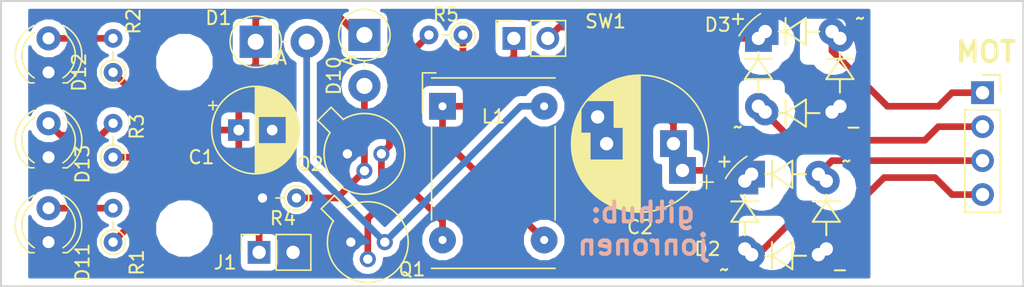
<source format=kicad_pcb>
(kicad_pcb (version 20171130) (host pcbnew 5.0.2-bee76a0~70~ubuntu18.04.1)

  (general
    (thickness 1.6)
    (drawings 6)
    (tracks 82)
    (zones 0)
    (modules 24)
    (nets 16)
  )

  (page A4)
  (layers
    (0 F.Cu signal)
    (31 B.Cu signal)
    (32 B.Adhes user)
    (33 F.Adhes user)
    (34 B.Paste user)
    (35 F.Paste user)
    (36 B.SilkS user)
    (37 F.SilkS user)
    (38 B.Mask user)
    (39 F.Mask user)
    (40 Dwgs.User user)
    (41 Cmts.User user)
    (42 Eco1.User user)
    (43 Eco2.User user)
    (44 Edge.Cuts user)
    (45 Margin user)
    (46 B.CrtYd user)
    (47 F.CrtYd user)
    (48 B.Fab user)
    (49 F.Fab user)
  )

  (setup
    (last_trace_width 0.5)
    (trace_clearance 0.2)
    (zone_clearance 0.508)
    (zone_45_only no)
    (trace_min 0.2)
    (segment_width 0.2)
    (edge_width 0.15)
    (via_size 1)
    (via_drill 0.5)
    (via_min_size 0.4)
    (via_min_drill 0.3)
    (uvia_size 0.3)
    (uvia_drill 0.1)
    (uvias_allowed no)
    (uvia_min_size 0.2)
    (uvia_min_drill 0.1)
    (pcb_text_width 0.3)
    (pcb_text_size 1.5 1.5)
    (mod_edge_width 0.15)
    (mod_text_size 1 1)
    (mod_text_width 0.15)
    (pad_size 1.524 1.524)
    (pad_drill 0.762)
    (pad_to_mask_clearance 0.051)
    (solder_mask_min_width 0.25)
    (aux_axis_origin 0 0)
    (visible_elements FFFFFF7F)
    (pcbplotparams
      (layerselection 0x010fc_ffffffff)
      (usegerberextensions false)
      (usegerberattributes false)
      (usegerberadvancedattributes false)
      (creategerberjobfile false)
      (excludeedgelayer true)
      (linewidth 0.100000)
      (plotframeref false)
      (viasonmask false)
      (mode 1)
      (useauxorigin false)
      (hpglpennumber 1)
      (hpglpenspeed 20)
      (hpglpendiameter 15.000000)
      (psnegative false)
      (psa4output false)
      (plotreference true)
      (plotvalue true)
      (plotinvisibletext false)
      (padsonsilk false)
      (subtractmaskfromsilk false)
      (outputformat 1)
      (mirror false)
      (drillshape 1)
      (scaleselection 1)
      (outputdirectory ""))
  )

  (net 0 "")
  (net 1 "Net-(C1-Pad1)")
  (net 2 "Net-(C1-Pad2)")
  (net 3 "Net-(D1-Pad2)")
  (net 4 "Net-(C2-Pad1)")
  (net 5 "Net-(D10-Pad2)")
  (net 6 "Net-(D11-Pad2)")
  (net 7 "Net-(D12-Pad2)")
  (net 8 "Net-(D13-Pad2)")
  (net 9 "Net-(L1-Pad1)")
  (net 10 "Net-(L1-Pad3)")
  (net 11 "Net-(Q1-Pad2)")
  (net 12 "Net-(D2-Pad2)")
  (net 13 "Net-(D2-Pad4)")
  (net 14 "Net-(D3-Pad4)")
  (net 15 "Net-(D3-Pad2)")

  (net_class Default "This is the default net class."
    (clearance 0.2)
    (trace_width 0.5)
    (via_dia 1)
    (via_drill 0.5)
    (uvia_dia 0.3)
    (uvia_drill 0.1)
    (add_net "Net-(C1-Pad1)")
    (add_net "Net-(C1-Pad2)")
    (add_net "Net-(C2-Pad1)")
    (add_net "Net-(D1-Pad2)")
    (add_net "Net-(D10-Pad2)")
    (add_net "Net-(D11-Pad2)")
    (add_net "Net-(D12-Pad2)")
    (add_net "Net-(D13-Pad2)")
    (add_net "Net-(D2-Pad2)")
    (add_net "Net-(D2-Pad4)")
    (add_net "Net-(D3-Pad2)")
    (add_net "Net-(D3-Pad4)")
    (add_net "Net-(L1-Pad1)")
    (add_net "Net-(L1-Pad3)")
    (add_net "Net-(Q1-Pad2)")
  )

  (module MountingHole:MountingHole_3.2mm_M3_ISO7380 (layer F.Cu) (tedit 5EC0445C) (tstamp 5EC06F60)
    (at 57.404 67.31)
    (descr "Mounting Hole 3.2mm, no annular, M3, ISO7380")
    (tags "mounting hole 3.2mm no annular m3 iso7380")
    (attr virtual)
    (fp_text reference REF** (at 0 -3.85) (layer F.SilkS) hide
      (effects (font (size 1 1) (thickness 0.15)))
    )
    (fp_text value MountingHole_3.2mm_M3_ISO7380 (at 0 3.85) (layer F.Fab) hide
      (effects (font (size 1 1) (thickness 0.15)))
    )
    (fp_circle (center 0 0) (end 3.1 0) (layer F.CrtYd) (width 0.05))
    (fp_circle (center 0 0) (end 2.85 0) (layer Cmts.User) (width 0.15))
    (fp_text user %R (at 0.3 0) (layer F.Fab) hide
      (effects (font (size 1 1) (thickness 0.15)))
    )
    (pad 1 np_thru_hole circle (at 0 0) (size 3.2 3.2) (drill 3.2) (layers *.Cu *.Mask))
  )

  (module MountingHole:MountingHole_3.2mm_M3_ISO7380 (layer F.Cu) (tedit 5EC0445C) (tstamp 5EC06EC4)
    (at 57.404 54.864)
    (descr "Mounting Hole 3.2mm, no annular, M3, ISO7380")
    (tags "mounting hole 3.2mm no annular m3 iso7380")
    (attr virtual)
    (fp_text reference REF** (at 0 -3.85) (layer F.SilkS) hide
      (effects (font (size 1 1) (thickness 0.15)))
    )
    (fp_text value MountingHole_3.2mm_M3_ISO7380 (at 0 3.85) (layer F.Fab) hide
      (effects (font (size 1 1) (thickness 0.15)))
    )
    (fp_text user %R (at 0.3 0) (layer F.Fab) hide
      (effects (font (size 1 1) (thickness 0.15)))
    )
    (fp_circle (center 0 0) (end 2.85 0) (layer Cmts.User) (width 0.15))
    (fp_circle (center 0 0) (end 3.1 0) (layer F.CrtYd) (width 0.05))
    (pad 1 np_thru_hole circle (at 0 0) (size 3.2 3.2) (drill 3.2) (layers *.Cu *.Mask))
  )

  (module MountingHole:MountingHole_3.2mm_M3_ISO7380 (layer F.Cu) (tedit 5EC0445C) (tstamp 5ECF01E4)
    (at 112.014 67.31)
    (descr "Mounting Hole 3.2mm, no annular, M3, ISO7380")
    (tags "mounting hole 3.2mm no annular m3 iso7380")
    (attr virtual)
    (fp_text reference REF** (at 0 -3.85) (layer F.SilkS) hide
      (effects (font (size 1 1) (thickness 0.15)))
    )
    (fp_text value MountingHole_3.2mm_M3_ISO7380 (at 0 3.85) (layer F.Fab) hide
      (effects (font (size 1 1) (thickness 0.15)))
    )
    (fp_text user %R (at 0.3 0) (layer F.Fab) hide
      (effects (font (size 1 1) (thickness 0.15)))
    )
    (fp_circle (center 0 0) (end 2.85 0) (layer Cmts.User) (width 0.15))
    (fp_circle (center 0 0) (end 3.1 0) (layer F.CrtYd) (width 0.05))
    (pad 1 np_thru_hole circle (at 0 0) (size 3.2 3.2) (drill 3.2) (layers *.Cu *.Mask))
  )

  (module Capacitor_THT:CP_Radial_D6.3mm_P2.50mm (layer F.Cu) (tedit 5EC03C27) (tstamp 5EC06C6F)
    (at 61.468 59.944)
    (descr "CP, Radial series, Radial, pin pitch=2.50mm, , diameter=6.3mm, Electrolytic Capacitor")
    (tags "CP Radial series Radial pin pitch 2.50mm  diameter 6.3mm Electrolytic Capacitor")
    (path /5EB3C7BE)
    (fp_text reference C1 (at -2.794 2.032) (layer F.SilkS)
      (effects (font (size 1 1) (thickness 0.15)))
    )
    (fp_text value 100uF (at 1.25 4.4) (layer F.Fab) hide
      (effects (font (size 1 1) (thickness 0.15)))
    )
    (fp_circle (center 1.25 0) (end 4.4 0) (layer F.Fab) (width 0.1))
    (fp_circle (center 1.25 0) (end 4.52 0) (layer F.SilkS) (width 0.12))
    (fp_circle (center 1.25 0) (end 4.65 0) (layer F.CrtYd) (width 0.05))
    (fp_line (start -1.443972 -1.3735) (end -0.813972 -1.3735) (layer F.Fab) (width 0.1))
    (fp_line (start -1.128972 -1.6885) (end -1.128972 -1.0585) (layer F.Fab) (width 0.1))
    (fp_line (start 1.25 -3.23) (end 1.25 3.23) (layer F.SilkS) (width 0.12))
    (fp_line (start 1.29 -3.23) (end 1.29 3.23) (layer F.SilkS) (width 0.12))
    (fp_line (start 1.33 -3.23) (end 1.33 3.23) (layer F.SilkS) (width 0.12))
    (fp_line (start 1.37 -3.228) (end 1.37 3.228) (layer F.SilkS) (width 0.12))
    (fp_line (start 1.41 -3.227) (end 1.41 3.227) (layer F.SilkS) (width 0.12))
    (fp_line (start 1.45 -3.224) (end 1.45 3.224) (layer F.SilkS) (width 0.12))
    (fp_line (start 1.49 -3.222) (end 1.49 -1.04) (layer F.SilkS) (width 0.12))
    (fp_line (start 1.49 1.04) (end 1.49 3.222) (layer F.SilkS) (width 0.12))
    (fp_line (start 1.53 -3.218) (end 1.53 -1.04) (layer F.SilkS) (width 0.12))
    (fp_line (start 1.53 1.04) (end 1.53 3.218) (layer F.SilkS) (width 0.12))
    (fp_line (start 1.57 -3.215) (end 1.57 -1.04) (layer F.SilkS) (width 0.12))
    (fp_line (start 1.57 1.04) (end 1.57 3.215) (layer F.SilkS) (width 0.12))
    (fp_line (start 1.61 -3.211) (end 1.61 -1.04) (layer F.SilkS) (width 0.12))
    (fp_line (start 1.61 1.04) (end 1.61 3.211) (layer F.SilkS) (width 0.12))
    (fp_line (start 1.65 -3.206) (end 1.65 -1.04) (layer F.SilkS) (width 0.12))
    (fp_line (start 1.65 1.04) (end 1.65 3.206) (layer F.SilkS) (width 0.12))
    (fp_line (start 1.69 -3.201) (end 1.69 -1.04) (layer F.SilkS) (width 0.12))
    (fp_line (start 1.69 1.04) (end 1.69 3.201) (layer F.SilkS) (width 0.12))
    (fp_line (start 1.73 -3.195) (end 1.73 -1.04) (layer F.SilkS) (width 0.12))
    (fp_line (start 1.73 1.04) (end 1.73 3.195) (layer F.SilkS) (width 0.12))
    (fp_line (start 1.77 -3.189) (end 1.77 -1.04) (layer F.SilkS) (width 0.12))
    (fp_line (start 1.77 1.04) (end 1.77 3.189) (layer F.SilkS) (width 0.12))
    (fp_line (start 1.81 -3.182) (end 1.81 -1.04) (layer F.SilkS) (width 0.12))
    (fp_line (start 1.81 1.04) (end 1.81 3.182) (layer F.SilkS) (width 0.12))
    (fp_line (start 1.85 -3.175) (end 1.85 -1.04) (layer F.SilkS) (width 0.12))
    (fp_line (start 1.85 1.04) (end 1.85 3.175) (layer F.SilkS) (width 0.12))
    (fp_line (start 1.89 -3.167) (end 1.89 -1.04) (layer F.SilkS) (width 0.12))
    (fp_line (start 1.89 1.04) (end 1.89 3.167) (layer F.SilkS) (width 0.12))
    (fp_line (start 1.93 -3.159) (end 1.93 -1.04) (layer F.SilkS) (width 0.12))
    (fp_line (start 1.93 1.04) (end 1.93 3.159) (layer F.SilkS) (width 0.12))
    (fp_line (start 1.971 -3.15) (end 1.971 -1.04) (layer F.SilkS) (width 0.12))
    (fp_line (start 1.971 1.04) (end 1.971 3.15) (layer F.SilkS) (width 0.12))
    (fp_line (start 2.011 -3.141) (end 2.011 -1.04) (layer F.SilkS) (width 0.12))
    (fp_line (start 2.011 1.04) (end 2.011 3.141) (layer F.SilkS) (width 0.12))
    (fp_line (start 2.051 -3.131) (end 2.051 -1.04) (layer F.SilkS) (width 0.12))
    (fp_line (start 2.051 1.04) (end 2.051 3.131) (layer F.SilkS) (width 0.12))
    (fp_line (start 2.091 -3.121) (end 2.091 -1.04) (layer F.SilkS) (width 0.12))
    (fp_line (start 2.091 1.04) (end 2.091 3.121) (layer F.SilkS) (width 0.12))
    (fp_line (start 2.131 -3.11) (end 2.131 -1.04) (layer F.SilkS) (width 0.12))
    (fp_line (start 2.131 1.04) (end 2.131 3.11) (layer F.SilkS) (width 0.12))
    (fp_line (start 2.171 -3.098) (end 2.171 -1.04) (layer F.SilkS) (width 0.12))
    (fp_line (start 2.171 1.04) (end 2.171 3.098) (layer F.SilkS) (width 0.12))
    (fp_line (start 2.211 -3.086) (end 2.211 -1.04) (layer F.SilkS) (width 0.12))
    (fp_line (start 2.211 1.04) (end 2.211 3.086) (layer F.SilkS) (width 0.12))
    (fp_line (start 2.251 -3.074) (end 2.251 -1.04) (layer F.SilkS) (width 0.12))
    (fp_line (start 2.251 1.04) (end 2.251 3.074) (layer F.SilkS) (width 0.12))
    (fp_line (start 2.291 -3.061) (end 2.291 -1.04) (layer F.SilkS) (width 0.12))
    (fp_line (start 2.291 1.04) (end 2.291 3.061) (layer F.SilkS) (width 0.12))
    (fp_line (start 2.331 -3.047) (end 2.331 -1.04) (layer F.SilkS) (width 0.12))
    (fp_line (start 2.331 1.04) (end 2.331 3.047) (layer F.SilkS) (width 0.12))
    (fp_line (start 2.371 -3.033) (end 2.371 -1.04) (layer F.SilkS) (width 0.12))
    (fp_line (start 2.371 1.04) (end 2.371 3.033) (layer F.SilkS) (width 0.12))
    (fp_line (start 2.411 -3.018) (end 2.411 -1.04) (layer F.SilkS) (width 0.12))
    (fp_line (start 2.411 1.04) (end 2.411 3.018) (layer F.SilkS) (width 0.12))
    (fp_line (start 2.451 -3.002) (end 2.451 -1.04) (layer F.SilkS) (width 0.12))
    (fp_line (start 2.451 1.04) (end 2.451 3.002) (layer F.SilkS) (width 0.12))
    (fp_line (start 2.491 -2.986) (end 2.491 -1.04) (layer F.SilkS) (width 0.12))
    (fp_line (start 2.491 1.04) (end 2.491 2.986) (layer F.SilkS) (width 0.12))
    (fp_line (start 2.531 -2.97) (end 2.531 -1.04) (layer F.SilkS) (width 0.12))
    (fp_line (start 2.531 1.04) (end 2.531 2.97) (layer F.SilkS) (width 0.12))
    (fp_line (start 2.571 -2.952) (end 2.571 -1.04) (layer F.SilkS) (width 0.12))
    (fp_line (start 2.571 1.04) (end 2.571 2.952) (layer F.SilkS) (width 0.12))
    (fp_line (start 2.611 -2.934) (end 2.611 -1.04) (layer F.SilkS) (width 0.12))
    (fp_line (start 2.611 1.04) (end 2.611 2.934) (layer F.SilkS) (width 0.12))
    (fp_line (start 2.651 -2.916) (end 2.651 -1.04) (layer F.SilkS) (width 0.12))
    (fp_line (start 2.651 1.04) (end 2.651 2.916) (layer F.SilkS) (width 0.12))
    (fp_line (start 2.691 -2.896) (end 2.691 -1.04) (layer F.SilkS) (width 0.12))
    (fp_line (start 2.691 1.04) (end 2.691 2.896) (layer F.SilkS) (width 0.12))
    (fp_line (start 2.731 -2.876) (end 2.731 -1.04) (layer F.SilkS) (width 0.12))
    (fp_line (start 2.731 1.04) (end 2.731 2.876) (layer F.SilkS) (width 0.12))
    (fp_line (start 2.771 -2.856) (end 2.771 -1.04) (layer F.SilkS) (width 0.12))
    (fp_line (start 2.771 1.04) (end 2.771 2.856) (layer F.SilkS) (width 0.12))
    (fp_line (start 2.811 -2.834) (end 2.811 -1.04) (layer F.SilkS) (width 0.12))
    (fp_line (start 2.811 1.04) (end 2.811 2.834) (layer F.SilkS) (width 0.12))
    (fp_line (start 2.851 -2.812) (end 2.851 -1.04) (layer F.SilkS) (width 0.12))
    (fp_line (start 2.851 1.04) (end 2.851 2.812) (layer F.SilkS) (width 0.12))
    (fp_line (start 2.891 -2.79) (end 2.891 -1.04) (layer F.SilkS) (width 0.12))
    (fp_line (start 2.891 1.04) (end 2.891 2.79) (layer F.SilkS) (width 0.12))
    (fp_line (start 2.931 -2.766) (end 2.931 -1.04) (layer F.SilkS) (width 0.12))
    (fp_line (start 2.931 1.04) (end 2.931 2.766) (layer F.SilkS) (width 0.12))
    (fp_line (start 2.971 -2.742) (end 2.971 -1.04) (layer F.SilkS) (width 0.12))
    (fp_line (start 2.971 1.04) (end 2.971 2.742) (layer F.SilkS) (width 0.12))
    (fp_line (start 3.011 -2.716) (end 3.011 -1.04) (layer F.SilkS) (width 0.12))
    (fp_line (start 3.011 1.04) (end 3.011 2.716) (layer F.SilkS) (width 0.12))
    (fp_line (start 3.051 -2.69) (end 3.051 -1.04) (layer F.SilkS) (width 0.12))
    (fp_line (start 3.051 1.04) (end 3.051 2.69) (layer F.SilkS) (width 0.12))
    (fp_line (start 3.091 -2.664) (end 3.091 -1.04) (layer F.SilkS) (width 0.12))
    (fp_line (start 3.091 1.04) (end 3.091 2.664) (layer F.SilkS) (width 0.12))
    (fp_line (start 3.131 -2.636) (end 3.131 -1.04) (layer F.SilkS) (width 0.12))
    (fp_line (start 3.131 1.04) (end 3.131 2.636) (layer F.SilkS) (width 0.12))
    (fp_line (start 3.171 -2.607) (end 3.171 -1.04) (layer F.SilkS) (width 0.12))
    (fp_line (start 3.171 1.04) (end 3.171 2.607) (layer F.SilkS) (width 0.12))
    (fp_line (start 3.211 -2.578) (end 3.211 -1.04) (layer F.SilkS) (width 0.12))
    (fp_line (start 3.211 1.04) (end 3.211 2.578) (layer F.SilkS) (width 0.12))
    (fp_line (start 3.251 -2.548) (end 3.251 -1.04) (layer F.SilkS) (width 0.12))
    (fp_line (start 3.251 1.04) (end 3.251 2.548) (layer F.SilkS) (width 0.12))
    (fp_line (start 3.291 -2.516) (end 3.291 -1.04) (layer F.SilkS) (width 0.12))
    (fp_line (start 3.291 1.04) (end 3.291 2.516) (layer F.SilkS) (width 0.12))
    (fp_line (start 3.331 -2.484) (end 3.331 -1.04) (layer F.SilkS) (width 0.12))
    (fp_line (start 3.331 1.04) (end 3.331 2.484) (layer F.SilkS) (width 0.12))
    (fp_line (start 3.371 -2.45) (end 3.371 -1.04) (layer F.SilkS) (width 0.12))
    (fp_line (start 3.371 1.04) (end 3.371 2.45) (layer F.SilkS) (width 0.12))
    (fp_line (start 3.411 -2.416) (end 3.411 -1.04) (layer F.SilkS) (width 0.12))
    (fp_line (start 3.411 1.04) (end 3.411 2.416) (layer F.SilkS) (width 0.12))
    (fp_line (start 3.451 -2.38) (end 3.451 -1.04) (layer F.SilkS) (width 0.12))
    (fp_line (start 3.451 1.04) (end 3.451 2.38) (layer F.SilkS) (width 0.12))
    (fp_line (start 3.491 -2.343) (end 3.491 -1.04) (layer F.SilkS) (width 0.12))
    (fp_line (start 3.491 1.04) (end 3.491 2.343) (layer F.SilkS) (width 0.12))
    (fp_line (start 3.531 -2.305) (end 3.531 -1.04) (layer F.SilkS) (width 0.12))
    (fp_line (start 3.531 1.04) (end 3.531 2.305) (layer F.SilkS) (width 0.12))
    (fp_line (start 3.571 -2.265) (end 3.571 2.265) (layer F.SilkS) (width 0.12))
    (fp_line (start 3.611 -2.224) (end 3.611 2.224) (layer F.SilkS) (width 0.12))
    (fp_line (start 3.651 -2.182) (end 3.651 2.182) (layer F.SilkS) (width 0.12))
    (fp_line (start 3.691 -2.137) (end 3.691 2.137) (layer F.SilkS) (width 0.12))
    (fp_line (start 3.731 -2.092) (end 3.731 2.092) (layer F.SilkS) (width 0.12))
    (fp_line (start 3.771 -2.044) (end 3.771 2.044) (layer F.SilkS) (width 0.12))
    (fp_line (start 3.811 -1.995) (end 3.811 1.995) (layer F.SilkS) (width 0.12))
    (fp_line (start 3.851 -1.944) (end 3.851 1.944) (layer F.SilkS) (width 0.12))
    (fp_line (start 3.891 -1.89) (end 3.891 1.89) (layer F.SilkS) (width 0.12))
    (fp_line (start 3.931 -1.834) (end 3.931 1.834) (layer F.SilkS) (width 0.12))
    (fp_line (start 3.971 -1.776) (end 3.971 1.776) (layer F.SilkS) (width 0.12))
    (fp_line (start 4.011 -1.714) (end 4.011 1.714) (layer F.SilkS) (width 0.12))
    (fp_line (start 4.051 -1.65) (end 4.051 1.65) (layer F.SilkS) (width 0.12))
    (fp_line (start 4.091 -1.581) (end 4.091 1.581) (layer F.SilkS) (width 0.12))
    (fp_line (start 4.131 -1.509) (end 4.131 1.509) (layer F.SilkS) (width 0.12))
    (fp_line (start 4.171 -1.432) (end 4.171 1.432) (layer F.SilkS) (width 0.12))
    (fp_line (start 4.211 -1.35) (end 4.211 1.35) (layer F.SilkS) (width 0.12))
    (fp_line (start 4.251 -1.262) (end 4.251 1.262) (layer F.SilkS) (width 0.12))
    (fp_line (start 4.291 -1.165) (end 4.291 1.165) (layer F.SilkS) (width 0.12))
    (fp_line (start 4.331 -1.059) (end 4.331 1.059) (layer F.SilkS) (width 0.12))
    (fp_line (start 4.371 -0.94) (end 4.371 0.94) (layer F.SilkS) (width 0.12))
    (fp_line (start 4.411 -0.802) (end 4.411 0.802) (layer F.SilkS) (width 0.12))
    (fp_line (start 4.451 -0.633) (end 4.451 0.633) (layer F.SilkS) (width 0.12))
    (fp_line (start 4.491 -0.402) (end 4.491 0.402) (layer F.SilkS) (width 0.12))
    (fp_line (start -2.250241 -1.839) (end -1.620241 -1.839) (layer F.SilkS) (width 0.12))
    (fp_line (start -1.935241 -2.154) (end -1.935241 -1.524) (layer F.SilkS) (width 0.12))
    (fp_text user %R (at 1.25 0) (layer F.Fab)
      (effects (font (size 1 1) (thickness 0.15)))
    )
    (pad 1 thru_hole rect (at 0 0) (size 1.6 1.6) (drill 0.8) (layers *.Cu *.Mask)
      (net 1 "Net-(C1-Pad1)"))
    (pad 2 thru_hole circle (at 2.5 0) (size 1.6 1.6) (drill 0.8) (layers *.Cu *.Mask)
      (net 2 "Net-(C1-Pad2)"))
    (model ${KISYS3DMOD}/Capacitor_THT.3dshapes/CP_Radial_D6.3mm_P2.50mm.wrl
      (at (xyz 0 0 0))
      (scale (xyz 1 1 1))
      (rotate (xyz 0 0 0))
    )
  )

  (module Capacitor_THT:CP_Radial_D10.0mm_P5.00mm_P7.50mm (layer F.Cu) (tedit 5EC03C09) (tstamp 5ECF0EA8)
    (at 93.98 60.96 180)
    (descr "CP, Radial series, Radial, pin pitch=5.00mm 7.50mm, , diameter=10mm, Electrolytic Capacitor")
    (tags "CP Radial series Radial pin pitch 5.00mm 7.50mm  diameter 10mm Electrolytic Capacitor")
    (path /5BEF4FBE)
    (fp_text reference C2 (at 2.5 -6.25 180) (layer F.SilkS)
      (effects (font (size 1 1) (thickness 0.15)))
    )
    (fp_text value 1F (at 2.5 6.25 180) (layer F.Fab) hide
      (effects (font (size 1 1) (thickness 0.15)))
    )
    (fp_arc (start 2.5 0) (end -1.448012 -3.26) (angle 340) (layer F.SilkS) (width 0.12))
    (fp_circle (center 2.5 0) (end 7.5 0) (layer F.Fab) (width 0.1))
    (fp_circle (center 2.5 0) (end 7.98 0) (layer F.CrtYd) (width 0.05))
    (fp_line (start -1.788861 -2.1875) (end -0.788861 -2.1875) (layer F.Fab) (width 0.1))
    (fp_line (start -1.288861 -2.6875) (end -1.288861 -1.6875) (layer F.Fab) (width 0.1))
    (fp_line (start 2.5 -5.08) (end 2.5 5.08) (layer F.SilkS) (width 0.12))
    (fp_line (start 2.54 -5.08) (end 2.54 5.08) (layer F.SilkS) (width 0.12))
    (fp_line (start 2.58 -5.08) (end 2.58 5.08) (layer F.SilkS) (width 0.12))
    (fp_line (start 2.62 -5.079) (end 2.62 5.079) (layer F.SilkS) (width 0.12))
    (fp_line (start 2.66 -5.078) (end 2.66 5.078) (layer F.SilkS) (width 0.12))
    (fp_line (start 2.7 -5.077) (end 2.7 5.077) (layer F.SilkS) (width 0.12))
    (fp_line (start 2.74 -5.075) (end 2.74 5.075) (layer F.SilkS) (width 0.12))
    (fp_line (start 2.78 -5.073) (end 2.78 5.073) (layer F.SilkS) (width 0.12))
    (fp_line (start 2.82 -5.07) (end 2.82 5.07) (layer F.SilkS) (width 0.12))
    (fp_line (start 2.86 -5.068) (end 2.86 5.068) (layer F.SilkS) (width 0.12))
    (fp_line (start 2.9 -5.065) (end 2.9 5.065) (layer F.SilkS) (width 0.12))
    (fp_line (start 2.94 -5.062) (end 2.94 5.062) (layer F.SilkS) (width 0.12))
    (fp_line (start 2.98 -5.058) (end 2.98 5.058) (layer F.SilkS) (width 0.12))
    (fp_line (start 3.02 -5.054) (end 3.02 5.054) (layer F.SilkS) (width 0.12))
    (fp_line (start 3.06 -5.05) (end 3.06 5.05) (layer F.SilkS) (width 0.12))
    (fp_line (start 3.1 -5.045) (end 3.1 5.045) (layer F.SilkS) (width 0.12))
    (fp_line (start 3.14 -5.04) (end 3.14 5.04) (layer F.SilkS) (width 0.12))
    (fp_line (start 3.18 -5.035) (end 3.18 5.035) (layer F.SilkS) (width 0.12))
    (fp_line (start 3.221 -5.03) (end 3.221 5.03) (layer F.SilkS) (width 0.12))
    (fp_line (start 3.261 -5.024) (end 3.261 5.024) (layer F.SilkS) (width 0.12))
    (fp_line (start 3.301 -5.018) (end 3.301 5.018) (layer F.SilkS) (width 0.12))
    (fp_line (start 3.341 -5.011) (end 3.341 5.011) (layer F.SilkS) (width 0.12))
    (fp_line (start 3.381 -5.004) (end 3.381 5.004) (layer F.SilkS) (width 0.12))
    (fp_line (start 3.421 -4.997) (end 3.421 4.997) (layer F.SilkS) (width 0.12))
    (fp_line (start 3.461 -4.99) (end 3.461 4.99) (layer F.SilkS) (width 0.12))
    (fp_line (start 3.501 -4.982) (end 3.501 4.982) (layer F.SilkS) (width 0.12))
    (fp_line (start 3.541 -4.974) (end 3.541 4.974) (layer F.SilkS) (width 0.12))
    (fp_line (start 3.581 -4.965) (end 3.581 4.965) (layer F.SilkS) (width 0.12))
    (fp_line (start 3.621 -4.956) (end 3.621 4.956) (layer F.SilkS) (width 0.12))
    (fp_line (start 3.661 -4.947) (end 3.661 4.947) (layer F.SilkS) (width 0.12))
    (fp_line (start 3.701 -4.938) (end 3.701 4.938) (layer F.SilkS) (width 0.12))
    (fp_line (start 3.741 -4.928) (end 3.741 4.928) (layer F.SilkS) (width 0.12))
    (fp_line (start 3.781 -4.918) (end 3.781 -1.241) (layer F.SilkS) (width 0.12))
    (fp_line (start 3.781 1.241) (end 3.781 4.918) (layer F.SilkS) (width 0.12))
    (fp_line (start 3.821 -4.907) (end 3.821 -1.241) (layer F.SilkS) (width 0.12))
    (fp_line (start 3.821 1.241) (end 3.821 4.907) (layer F.SilkS) (width 0.12))
    (fp_line (start 3.861 -4.897) (end 3.861 -1.241) (layer F.SilkS) (width 0.12))
    (fp_line (start 3.861 1.241) (end 3.861 4.897) (layer F.SilkS) (width 0.12))
    (fp_line (start 3.901 -4.885) (end 3.901 -1.241) (layer F.SilkS) (width 0.12))
    (fp_line (start 3.901 1.241) (end 3.901 4.885) (layer F.SilkS) (width 0.12))
    (fp_line (start 3.941 -4.874) (end 3.941 -1.241) (layer F.SilkS) (width 0.12))
    (fp_line (start 3.941 1.241) (end 3.941 4.874) (layer F.SilkS) (width 0.12))
    (fp_line (start 3.981 -4.862) (end 3.981 -1.241) (layer F.SilkS) (width 0.12))
    (fp_line (start 3.981 1.241) (end 3.981 4.862) (layer F.SilkS) (width 0.12))
    (fp_line (start 4.021 -4.85) (end 4.021 -1.241) (layer F.SilkS) (width 0.12))
    (fp_line (start 4.021 1.241) (end 4.021 4.85) (layer F.SilkS) (width 0.12))
    (fp_line (start 4.061 -4.837) (end 4.061 -1.241) (layer F.SilkS) (width 0.12))
    (fp_line (start 4.061 1.241) (end 4.061 4.837) (layer F.SilkS) (width 0.12))
    (fp_line (start 4.101 -4.824) (end 4.101 -1.241) (layer F.SilkS) (width 0.12))
    (fp_line (start 4.101 1.241) (end 4.101 4.824) (layer F.SilkS) (width 0.12))
    (fp_line (start 4.141 -4.811) (end 4.141 -1.241) (layer F.SilkS) (width 0.12))
    (fp_line (start 4.141 1.241) (end 4.141 4.811) (layer F.SilkS) (width 0.12))
    (fp_line (start 4.181 -4.797) (end 4.181 -1.241) (layer F.SilkS) (width 0.12))
    (fp_line (start 4.181 1.241) (end 4.181 4.797) (layer F.SilkS) (width 0.12))
    (fp_line (start 4.221 -4.783) (end 4.221 -1.241) (layer F.SilkS) (width 0.12))
    (fp_line (start 4.221 1.241) (end 4.221 4.783) (layer F.SilkS) (width 0.12))
    (fp_line (start 4.261 -4.768) (end 4.261 -1.241) (layer F.SilkS) (width 0.12))
    (fp_line (start 4.261 1.241) (end 4.261 4.768) (layer F.SilkS) (width 0.12))
    (fp_line (start 4.301 -4.754) (end 4.301 -1.241) (layer F.SilkS) (width 0.12))
    (fp_line (start 4.301 1.241) (end 4.301 4.754) (layer F.SilkS) (width 0.12))
    (fp_line (start 4.341 -4.738) (end 4.341 -1.241) (layer F.SilkS) (width 0.12))
    (fp_line (start 4.341 1.241) (end 4.341 4.738) (layer F.SilkS) (width 0.12))
    (fp_line (start 4.381 -4.723) (end 4.381 -1.241) (layer F.SilkS) (width 0.12))
    (fp_line (start 4.381 1.241) (end 4.381 4.723) (layer F.SilkS) (width 0.12))
    (fp_line (start 4.421 -4.707) (end 4.421 -1.241) (layer F.SilkS) (width 0.12))
    (fp_line (start 4.421 1.241) (end 4.421 4.707) (layer F.SilkS) (width 0.12))
    (fp_line (start 4.461 -4.69) (end 4.461 -1.241) (layer F.SilkS) (width 0.12))
    (fp_line (start 4.461 3.24) (end 4.461 4.69) (layer F.SilkS) (width 0.12))
    (fp_line (start 4.501 -4.674) (end 4.501 -1.241) (layer F.SilkS) (width 0.12))
    (fp_line (start 4.501 3.24) (end 4.501 4.674) (layer F.SilkS) (width 0.12))
    (fp_line (start 4.541 -4.657) (end 4.541 -1.241) (layer F.SilkS) (width 0.12))
    (fp_line (start 4.541 3.24) (end 4.541 4.657) (layer F.SilkS) (width 0.12))
    (fp_line (start 4.581 -4.639) (end 4.581 -1.241) (layer F.SilkS) (width 0.12))
    (fp_line (start 4.581 3.24) (end 4.581 4.639) (layer F.SilkS) (width 0.12))
    (fp_line (start 4.621 -4.621) (end 4.621 -1.241) (layer F.SilkS) (width 0.12))
    (fp_line (start 4.621 3.24) (end 4.621 4.621) (layer F.SilkS) (width 0.12))
    (fp_line (start 4.661 -4.603) (end 4.661 -1.241) (layer F.SilkS) (width 0.12))
    (fp_line (start 4.661 3.24) (end 4.661 4.603) (layer F.SilkS) (width 0.12))
    (fp_line (start 4.701 -4.584) (end 4.701 -1.241) (layer F.SilkS) (width 0.12))
    (fp_line (start 4.701 3.24) (end 4.701 4.584) (layer F.SilkS) (width 0.12))
    (fp_line (start 4.741 -4.564) (end 4.741 -1.241) (layer F.SilkS) (width 0.12))
    (fp_line (start 4.741 3.24) (end 4.741 4.564) (layer F.SilkS) (width 0.12))
    (fp_line (start 4.781 -4.545) (end 4.781 -1.241) (layer F.SilkS) (width 0.12))
    (fp_line (start 4.781 3.24) (end 4.781 4.545) (layer F.SilkS) (width 0.12))
    (fp_line (start 4.821 -4.525) (end 4.821 -1.241) (layer F.SilkS) (width 0.12))
    (fp_line (start 4.821 3.24) (end 4.821 4.525) (layer F.SilkS) (width 0.12))
    (fp_line (start 4.861 -4.504) (end 4.861 -1.241) (layer F.SilkS) (width 0.12))
    (fp_line (start 4.861 3.24) (end 4.861 4.504) (layer F.SilkS) (width 0.12))
    (fp_line (start 4.901 -4.483) (end 4.901 -1.241) (layer F.SilkS) (width 0.12))
    (fp_line (start 4.901 3.24) (end 4.901 4.483) (layer F.SilkS) (width 0.12))
    (fp_line (start 4.941 -4.462) (end 4.941 -1.241) (layer F.SilkS) (width 0.12))
    (fp_line (start 4.941 3.24) (end 4.941 4.462) (layer F.SilkS) (width 0.12))
    (fp_line (start 4.981 -4.44) (end 4.981 -1.241) (layer F.SilkS) (width 0.12))
    (fp_line (start 4.981 3.24) (end 4.981 4.44) (layer F.SilkS) (width 0.12))
    (fp_line (start 5.021 -4.417) (end 5.021 -1.241) (layer F.SilkS) (width 0.12))
    (fp_line (start 5.021 3.24) (end 5.021 4.417) (layer F.SilkS) (width 0.12))
    (fp_line (start 5.061 -4.395) (end 5.061 -1.241) (layer F.SilkS) (width 0.12))
    (fp_line (start 5.061 3.24) (end 5.061 4.395) (layer F.SilkS) (width 0.12))
    (fp_line (start 5.101 -4.371) (end 5.101 -1.241) (layer F.SilkS) (width 0.12))
    (fp_line (start 5.101 3.24) (end 5.101 4.371) (layer F.SilkS) (width 0.12))
    (fp_line (start 5.141 -4.347) (end 5.141 -1.241) (layer F.SilkS) (width 0.12))
    (fp_line (start 5.141 3.24) (end 5.141 4.347) (layer F.SilkS) (width 0.12))
    (fp_line (start 5.181 -4.323) (end 5.181 -1.241) (layer F.SilkS) (width 0.12))
    (fp_line (start 5.181 3.24) (end 5.181 4.323) (layer F.SilkS) (width 0.12))
    (fp_line (start 5.221 -4.298) (end 5.221 -1.241) (layer F.SilkS) (width 0.12))
    (fp_line (start 5.221 3.24) (end 5.221 4.298) (layer F.SilkS) (width 0.12))
    (fp_line (start 5.261 -4.273) (end 5.261 -1.241) (layer F.SilkS) (width 0.12))
    (fp_line (start 5.261 3.24) (end 5.261 4.273) (layer F.SilkS) (width 0.12))
    (fp_line (start 5.301 -4.247) (end 5.301 -1.241) (layer F.SilkS) (width 0.12))
    (fp_line (start 5.301 3.24) (end 5.301 4.247) (layer F.SilkS) (width 0.12))
    (fp_line (start 5.341 -4.221) (end 5.341 -1.241) (layer F.SilkS) (width 0.12))
    (fp_line (start 5.341 3.24) (end 5.341 4.221) (layer F.SilkS) (width 0.12))
    (fp_line (start 5.381 -4.194) (end 5.381 -1.241) (layer F.SilkS) (width 0.12))
    (fp_line (start 5.381 3.24) (end 5.381 4.194) (layer F.SilkS) (width 0.12))
    (fp_line (start 5.421 -4.166) (end 5.421 -1.241) (layer F.SilkS) (width 0.12))
    (fp_line (start 5.421 3.24) (end 5.421 4.166) (layer F.SilkS) (width 0.12))
    (fp_line (start 5.461 -4.138) (end 5.461 -1.241) (layer F.SilkS) (width 0.12))
    (fp_line (start 5.461 3.24) (end 5.461 4.138) (layer F.SilkS) (width 0.12))
    (fp_line (start 5.501 -4.11) (end 5.501 -1.241) (layer F.SilkS) (width 0.12))
    (fp_line (start 5.501 3.24) (end 5.501 4.11) (layer F.SilkS) (width 0.12))
    (fp_line (start 5.541 -4.08) (end 5.541 -1.241) (layer F.SilkS) (width 0.12))
    (fp_line (start 5.541 3.24) (end 5.541 4.08) (layer F.SilkS) (width 0.12))
    (fp_line (start 5.581 -4.05) (end 5.581 -1.241) (layer F.SilkS) (width 0.12))
    (fp_line (start 5.581 3.24) (end 5.581 4.05) (layer F.SilkS) (width 0.12))
    (fp_line (start 5.621 -4.02) (end 5.621 -1.241) (layer F.SilkS) (width 0.12))
    (fp_line (start 5.621 3.24) (end 5.621 4.02) (layer F.SilkS) (width 0.12))
    (fp_line (start 5.661 -3.989) (end 5.661 -1.241) (layer F.SilkS) (width 0.12))
    (fp_line (start 5.661 3.24) (end 5.661 3.989) (layer F.SilkS) (width 0.12))
    (fp_line (start 5.701 -3.957) (end 5.701 -1.241) (layer F.SilkS) (width 0.12))
    (fp_line (start 5.701 3.24) (end 5.701 3.957) (layer F.SilkS) (width 0.12))
    (fp_line (start 5.741 -3.925) (end 5.741 -1.241) (layer F.SilkS) (width 0.12))
    (fp_line (start 5.741 3.24) (end 5.741 3.925) (layer F.SilkS) (width 0.12))
    (fp_line (start 5.781 -3.892) (end 5.781 -1.241) (layer F.SilkS) (width 0.12))
    (fp_line (start 5.781 3.24) (end 5.781 3.892) (layer F.SilkS) (width 0.12))
    (fp_line (start 5.821 -3.858) (end 5.821 -1.241) (layer F.SilkS) (width 0.12))
    (fp_line (start 5.821 3.24) (end 5.821 3.858) (layer F.SilkS) (width 0.12))
    (fp_line (start 5.861 -3.824) (end 5.861 -1.241) (layer F.SilkS) (width 0.12))
    (fp_line (start 5.861 3.24) (end 5.861 3.824) (layer F.SilkS) (width 0.12))
    (fp_line (start 5.901 -3.789) (end 5.901 -1.241) (layer F.SilkS) (width 0.12))
    (fp_line (start 5.901 3.24) (end 5.901 3.789) (layer F.SilkS) (width 0.12))
    (fp_line (start 5.941 -3.753) (end 5.941 -1.241) (layer F.SilkS) (width 0.12))
    (fp_line (start 5.941 3.24) (end 5.941 3.753) (layer F.SilkS) (width 0.12))
    (fp_line (start 5.981 -3.716) (end 5.981 -1.241) (layer F.SilkS) (width 0.12))
    (fp_line (start 5.981 3.24) (end 5.981 3.716) (layer F.SilkS) (width 0.12))
    (fp_line (start 6.021 -3.679) (end 6.021 -1.241) (layer F.SilkS) (width 0.12))
    (fp_line (start 6.021 3.24) (end 6.021 3.679) (layer F.SilkS) (width 0.12))
    (fp_line (start 6.061 -3.64) (end 6.061 -1.241) (layer F.SilkS) (width 0.12))
    (fp_line (start 6.061 3.24) (end 6.061 3.64) (layer F.SilkS) (width 0.12))
    (fp_line (start 6.101 -3.601) (end 6.101 -1.241) (layer F.SilkS) (width 0.12))
    (fp_line (start 6.101 3.24) (end 6.101 3.601) (layer F.SilkS) (width 0.12))
    (fp_line (start 6.141 -3.561) (end 6.141 -1.241) (layer F.SilkS) (width 0.12))
    (fp_line (start 6.141 3.24) (end 6.141 3.561) (layer F.SilkS) (width 0.12))
    (fp_line (start 6.181 -3.52) (end 6.181 -1.241) (layer F.SilkS) (width 0.12))
    (fp_line (start 6.181 3.24) (end 6.181 3.52) (layer F.SilkS) (width 0.12))
    (fp_line (start 6.221 -3.478) (end 6.221 -1.241) (layer F.SilkS) (width 0.12))
    (fp_line (start 6.221 3.24) (end 6.221 3.478) (layer F.SilkS) (width 0.12))
    (fp_line (start 6.261 -3.436) (end 6.261 0.76) (layer F.SilkS) (width 0.12))
    (fp_line (start 6.261 3.24) (end 6.261 3.436) (layer F.SilkS) (width 0.12))
    (fp_line (start 6.301 -3.392) (end 6.301 0.76) (layer F.SilkS) (width 0.12))
    (fp_line (start 6.301 3.24) (end 6.301 3.392) (layer F.SilkS) (width 0.12))
    (fp_line (start 6.341 -3.347) (end 6.341 0.76) (layer F.SilkS) (width 0.12))
    (fp_line (start 6.341 3.24) (end 6.341 3.347) (layer F.SilkS) (width 0.12))
    (fp_line (start 6.381 -3.301) (end 6.381 0.76) (layer F.SilkS) (width 0.12))
    (fp_line (start 6.381 3.24) (end 6.381 3.301) (layer F.SilkS) (width 0.12))
    (fp_line (start 6.421 -3.254) (end 6.421 0.76) (layer F.SilkS) (width 0.12))
    (fp_line (start 6.421 3.24) (end 6.421 3.254) (layer F.SilkS) (width 0.12))
    (fp_line (start 6.461 -3.206) (end 6.461 0.76) (layer F.SilkS) (width 0.12))
    (fp_line (start 6.501 -3.156) (end 6.501 0.76) (layer F.SilkS) (width 0.12))
    (fp_line (start 6.541 -3.106) (end 6.541 0.76) (layer F.SilkS) (width 0.12))
    (fp_line (start 6.581 -3.054) (end 6.581 0.76) (layer F.SilkS) (width 0.12))
    (fp_line (start 6.621 -3) (end 6.621 0.76) (layer F.SilkS) (width 0.12))
    (fp_line (start 6.661 -2.945) (end 6.661 0.76) (layer F.SilkS) (width 0.12))
    (fp_line (start 6.701 -2.889) (end 6.701 0.76) (layer F.SilkS) (width 0.12))
    (fp_line (start 6.741 -2.83) (end 6.741 0.76) (layer F.SilkS) (width 0.12))
    (fp_line (start 6.781 -2.77) (end 6.781 0.76) (layer F.SilkS) (width 0.12))
    (fp_line (start 6.821 -2.709) (end 6.821 0.76) (layer F.SilkS) (width 0.12))
    (fp_line (start 6.861 -2.645) (end 6.861 0.76) (layer F.SilkS) (width 0.12))
    (fp_line (start 6.901 -2.579) (end 6.901 0.76) (layer F.SilkS) (width 0.12))
    (fp_line (start 6.941 -2.51) (end 6.941 2.51) (layer F.SilkS) (width 0.12))
    (fp_line (start 6.981 -2.439) (end 6.981 2.439) (layer F.SilkS) (width 0.12))
    (fp_line (start 7.021 -2.365) (end 7.021 2.365) (layer F.SilkS) (width 0.12))
    (fp_line (start 7.061 -2.289) (end 7.061 2.289) (layer F.SilkS) (width 0.12))
    (fp_line (start 7.101 -2.209) (end 7.101 2.209) (layer F.SilkS) (width 0.12))
    (fp_line (start 7.141 -2.125) (end 7.141 2.125) (layer F.SilkS) (width 0.12))
    (fp_line (start 7.181 -2.037) (end 7.181 2.037) (layer F.SilkS) (width 0.12))
    (fp_line (start 7.221 -1.944) (end 7.221 1.944) (layer F.SilkS) (width 0.12))
    (fp_line (start 7.261 -1.846) (end 7.261 1.846) (layer F.SilkS) (width 0.12))
    (fp_line (start 7.301 -1.742) (end 7.301 1.742) (layer F.SilkS) (width 0.12))
    (fp_line (start 7.341 -1.63) (end 7.341 1.63) (layer F.SilkS) (width 0.12))
    (fp_line (start 7.381 -1.51) (end 7.381 1.51) (layer F.SilkS) (width 0.12))
    (fp_line (start 7.421 -1.378) (end 7.421 1.378) (layer F.SilkS) (width 0.12))
    (fp_line (start 7.461 -1.23) (end 7.461 1.23) (layer F.SilkS) (width 0.12))
    (fp_line (start 7.501 -1.062) (end 7.501 1.062) (layer F.SilkS) (width 0.12))
    (fp_line (start 7.541 -0.862) (end 7.541 0.862) (layer F.SilkS) (width 0.12))
    (fp_line (start 7.581 -0.599) (end 7.581 0.599) (layer F.SilkS) (width 0.12))
    (fp_line (start -2.979646 -2.875) (end -1.979646 -2.875) (layer F.SilkS) (width 0.12))
    (fp_line (start -2.479646 -3.375) (end -2.479646 -2.375) (layer F.SilkS) (width 0.12))
    (fp_text user %R (at 2.5 0 180) (layer F.Fab) hide
      (effects (font (size 1 1) (thickness 0.15)))
    )
    (pad 1 thru_hole rect (at 0 0 180) (size 2 2) (drill 1) (layers *.Cu *.Mask)
      (net 4 "Net-(C2-Pad1)"))
    (pad 2 thru_hole circle (at 5 0 180) (size 2 2) (drill 1) (layers *.Cu *.Mask)
      (net 2 "Net-(C1-Pad2)"))
    (pad 1 thru_hole rect (at -0.672144 -2 180) (size 2 2) (drill 1) (layers *.Cu *.Mask)
      (net 4 "Net-(C2-Pad1)"))
    (pad 2 thru_hole circle (at 5.672144 2 180) (size 2 2) (drill 1) (layers *.Cu *.Mask)
      (net 2 "Net-(C1-Pad2)"))
    (model ${KISYS3DMOD}/Capacitor_THT.3dshapes/CP_Radial_D10.0mm_P5.00mm_P7.50mm.wrl
      (at (xyz 0 0 0))
      (scale (xyz 1 1 1))
      (rotate (xyz 0 0 0))
    )
  )

  (module LED_THT:LED_D4.0mm (layer F.Cu) (tedit 5EC03BC8) (tstamp 5EC05F08)
    (at 47.244 68.326 90)
    (descr "LED, diameter 4.0mm, 2 pins, http://www.kingbright.com/attachments/file/psearch/000/00/00/L-43GD(Ver.12B).pdf")
    (tags "LED diameter 4.0mm 2 pins")
    (path /5EAE1E92)
    (fp_text reference D11 (at -1.524 2.54 90) (layer F.SilkS)
      (effects (font (size 1 1) (thickness 0.15)))
    )
    (fp_text value LED (at 1.27 3.46 90) (layer F.Fab) hide
      (effects (font (size 1 1) (thickness 0.15)))
    )
    (fp_arc (start 1.27 0) (end -0.73 -1.32665) (angle 292.9) (layer F.Fab) (width 0.1))
    (fp_arc (start 1.27 0) (end -0.79 -1.398749) (angle 120.1) (layer F.SilkS) (width 0.12))
    (fp_arc (start 1.27 0) (end -0.79 1.398749) (angle -120.1) (layer F.SilkS) (width 0.12))
    (fp_arc (start 1.27 0) (end -0.41333 -1.08) (angle 114.6) (layer F.SilkS) (width 0.12))
    (fp_arc (start 1.27 0) (end -0.41333 1.08) (angle -114.6) (layer F.SilkS) (width 0.12))
    (fp_circle (center 1.27 0) (end 3.27 0) (layer F.Fab) (width 0.1))
    (fp_line (start -0.73 -1.32665) (end -0.73 1.32665) (layer F.Fab) (width 0.1))
    (fp_line (start -0.79 -1.399) (end -0.79 -1.08) (layer F.SilkS) (width 0.12))
    (fp_line (start -0.79 1.08) (end -0.79 1.399) (layer F.SilkS) (width 0.12))
    (fp_line (start -1.45 -2.75) (end -1.45 2.75) (layer F.CrtYd) (width 0.05))
    (fp_line (start -1.45 2.75) (end 4 2.75) (layer F.CrtYd) (width 0.05))
    (fp_line (start 4 2.75) (end 4 -2.75) (layer F.CrtYd) (width 0.05))
    (fp_line (start 4 -2.75) (end -1.45 -2.75) (layer F.CrtYd) (width 0.05))
    (pad 1 thru_hole rect (at 0 0 90) (size 1.8 1.8) (drill 0.9) (layers *.Cu *.Mask)
      (net 2 "Net-(C1-Pad2)"))
    (pad 2 thru_hole circle (at 2.54 0 90) (size 1.8 1.8) (drill 0.9) (layers *.Cu *.Mask)
      (net 6 "Net-(D11-Pad2)"))
    (model ${KISYS3DMOD}/LED_THT.3dshapes/LED_D4.0mm.wrl
      (at (xyz 0 0 0))
      (scale (xyz 1 1 1))
      (rotate (xyz 0 0 0))
    )
  )

  (module LED_THT:LED_D4.0mm (layer F.Cu) (tedit 5EC03BE2) (tstamp 5EC05EA8)
    (at 47.244 55.626 90)
    (descr "LED, diameter 4.0mm, 2 pins, http://www.kingbright.com/attachments/file/psearch/000/00/00/L-43GD(Ver.12B).pdf")
    (tags "LED diameter 4.0mm 2 pins")
    (path /5EAE1F52)
    (fp_text reference D12 (at 0 2.286 90) (layer F.SilkS)
      (effects (font (size 1 1) (thickness 0.15)))
    )
    (fp_text value LED (at 1.27 3.46 90) (layer F.Fab) hide
      (effects (font (size 1 1) (thickness 0.15)))
    )
    (fp_line (start 4 -2.75) (end -1.45 -2.75) (layer F.CrtYd) (width 0.05))
    (fp_line (start 4 2.75) (end 4 -2.75) (layer F.CrtYd) (width 0.05))
    (fp_line (start -1.45 2.75) (end 4 2.75) (layer F.CrtYd) (width 0.05))
    (fp_line (start -1.45 -2.75) (end -1.45 2.75) (layer F.CrtYd) (width 0.05))
    (fp_line (start -0.79 1.08) (end -0.79 1.399) (layer F.SilkS) (width 0.12))
    (fp_line (start -0.79 -1.399) (end -0.79 -1.08) (layer F.SilkS) (width 0.12))
    (fp_line (start -0.73 -1.32665) (end -0.73 1.32665) (layer F.Fab) (width 0.1))
    (fp_circle (center 1.27 0) (end 3.27 0) (layer F.Fab) (width 0.1))
    (fp_arc (start 1.27 0) (end -0.41333 1.08) (angle -114.6) (layer F.SilkS) (width 0.12))
    (fp_arc (start 1.27 0) (end -0.41333 -1.08) (angle 114.6) (layer F.SilkS) (width 0.12))
    (fp_arc (start 1.27 0) (end -0.79 1.398749) (angle -120.1) (layer F.SilkS) (width 0.12))
    (fp_arc (start 1.27 0) (end -0.79 -1.398749) (angle 120.1) (layer F.SilkS) (width 0.12))
    (fp_arc (start 1.27 0) (end -0.73 -1.32665) (angle 292.9) (layer F.Fab) (width 0.1))
    (pad 2 thru_hole circle (at 2.54 0 90) (size 1.8 1.8) (drill 0.9) (layers *.Cu *.Mask)
      (net 7 "Net-(D12-Pad2)"))
    (pad 1 thru_hole rect (at 0 0 90) (size 1.8 1.8) (drill 0.9) (layers *.Cu *.Mask)
      (net 2 "Net-(C1-Pad2)"))
    (model ${KISYS3DMOD}/LED_THT.3dshapes/LED_D4.0mm.wrl
      (at (xyz 0 0 0))
      (scale (xyz 1 1 1))
      (rotate (xyz 0 0 0))
    )
  )

  (module LED_THT:LED_D4.0mm (layer F.Cu) (tedit 5EC03BDE) (tstamp 5EC05E72)
    (at 47.244 61.976 90)
    (descr "LED, diameter 4.0mm, 2 pins, http://www.kingbright.com/attachments/file/psearch/000/00/00/L-43GD(Ver.12B).pdf")
    (tags "LED diameter 4.0mm 2 pins")
    (path /5EAE1F90)
    (fp_text reference D13 (at -0.508 2.54 90) (layer F.SilkS)
      (effects (font (size 1 1) (thickness 0.15)))
    )
    (fp_text value LED (at 1.27 3.46 90) (layer F.Fab) hide
      (effects (font (size 1 1) (thickness 0.15)))
    )
    (fp_arc (start 1.27 0) (end -0.73 -1.32665) (angle 292.9) (layer F.Fab) (width 0.1))
    (fp_arc (start 1.27 0) (end -0.79 -1.398749) (angle 120.1) (layer F.SilkS) (width 0.12))
    (fp_arc (start 1.27 0) (end -0.79 1.398749) (angle -120.1) (layer F.SilkS) (width 0.12))
    (fp_arc (start 1.27 0) (end -0.41333 -1.08) (angle 114.6) (layer F.SilkS) (width 0.12))
    (fp_arc (start 1.27 0) (end -0.41333 1.08) (angle -114.6) (layer F.SilkS) (width 0.12))
    (fp_circle (center 1.27 0) (end 3.27 0) (layer F.Fab) (width 0.1))
    (fp_line (start -0.73 -1.32665) (end -0.73 1.32665) (layer F.Fab) (width 0.1))
    (fp_line (start -0.79 -1.399) (end -0.79 -1.08) (layer F.SilkS) (width 0.12))
    (fp_line (start -0.79 1.08) (end -0.79 1.399) (layer F.SilkS) (width 0.12))
    (fp_line (start -1.45 -2.75) (end -1.45 2.75) (layer F.CrtYd) (width 0.05))
    (fp_line (start -1.45 2.75) (end 4 2.75) (layer F.CrtYd) (width 0.05))
    (fp_line (start 4 2.75) (end 4 -2.75) (layer F.CrtYd) (width 0.05))
    (fp_line (start 4 -2.75) (end -1.45 -2.75) (layer F.CrtYd) (width 0.05))
    (pad 1 thru_hole rect (at 0 0 90) (size 1.8 1.8) (drill 0.9) (layers *.Cu *.Mask)
      (net 2 "Net-(C1-Pad2)"))
    (pad 2 thru_hole circle (at 2.54 0 90) (size 1.8 1.8) (drill 0.9) (layers *.Cu *.Mask)
      (net 8 "Net-(D13-Pad2)"))
    (model ${KISYS3DMOD}/LED_THT.3dshapes/LED_D4.0mm.wrl
      (at (xyz 0 0 0))
      (scale (xyz 1 1 1))
      (rotate (xyz 0 0 0))
    )
  )

  (module Connector_PinSocket_2.54mm:PinSocket_1x02_P2.54mm_Vertical (layer F.Cu) (tedit 5EC03C54) (tstamp 5EC05E36)
    (at 62.992 69.088 90)
    (descr "Through hole straight socket strip, 1x02, 2.54mm pitch, single row (from Kicad 4.0.7), script generated")
    (tags "Through hole socket strip THT 1x02 2.54mm single row")
    (path /5EAE954A)
    (fp_text reference J1 (at -0.762 -2.54 180) (layer F.SilkS)
      (effects (font (size 1 1) (thickness 0.15)))
    )
    (fp_text value Conn_01x02_Male (at 0 5.31 90) (layer F.Fab) hide
      (effects (font (size 1 1) (thickness 0.15)))
    )
    (fp_text user %R (at 0 1.27 180) (layer F.Fab) hide
      (effects (font (size 1 1) (thickness 0.15)))
    )
    (fp_line (start -1.8 4.3) (end -1.8 -1.8) (layer F.CrtYd) (width 0.05))
    (fp_line (start 1.75 4.3) (end -1.8 4.3) (layer F.CrtYd) (width 0.05))
    (fp_line (start 1.75 -1.8) (end 1.75 4.3) (layer F.CrtYd) (width 0.05))
    (fp_line (start -1.8 -1.8) (end 1.75 -1.8) (layer F.CrtYd) (width 0.05))
    (fp_line (start 0 -1.33) (end 1.33 -1.33) (layer F.SilkS) (width 0.12))
    (fp_line (start 1.33 -1.33) (end 1.33 0) (layer F.SilkS) (width 0.12))
    (fp_line (start 1.33 1.27) (end 1.33 3.87) (layer F.SilkS) (width 0.12))
    (fp_line (start -1.33 3.87) (end 1.33 3.87) (layer F.SilkS) (width 0.12))
    (fp_line (start -1.33 1.27) (end -1.33 3.87) (layer F.SilkS) (width 0.12))
    (fp_line (start -1.33 1.27) (end 1.33 1.27) (layer F.SilkS) (width 0.12))
    (fp_line (start -1.27 3.81) (end -1.27 -1.27) (layer F.Fab) (width 0.1))
    (fp_line (start 1.27 3.81) (end -1.27 3.81) (layer F.Fab) (width 0.1))
    (fp_line (start 1.27 -0.635) (end 1.27 3.81) (layer F.Fab) (width 0.1))
    (fp_line (start 0.635 -1.27) (end 1.27 -0.635) (layer F.Fab) (width 0.1))
    (fp_line (start -1.27 -1.27) (end 0.635 -1.27) (layer F.Fab) (width 0.1))
    (pad 2 thru_hole oval (at 0 2.54 90) (size 1.7 1.7) (drill 1) (layers *.Cu *.Mask)
      (net 2 "Net-(C1-Pad2)"))
    (pad 1 thru_hole rect (at 0 0 90) (size 1.7 1.7) (drill 1) (layers *.Cu *.Mask)
      (net 1 "Net-(C1-Pad1)"))
    (model ${KISYS3DMOD}/Connector_PinSocket_2.54mm.3dshapes/PinSocket_1x02_P2.54mm_Vertical.wrl
      (at (xyz 0 0 0))
      (scale (xyz 1 1 1))
      (rotate (xyz 0 0 0))
    )
  )

  (module Connector_PinSocket_2.54mm:PinSocket_1x04_P2.54mm_Vertical (layer F.Cu) (tedit 5EB31436) (tstamp 5ECF0108)
    (at 117.094 57.15)
    (descr "Through hole straight socket strip, 1x04, 2.54mm pitch, single row (from Kicad 4.0.7), script generated")
    (tags "Through hole socket strip THT 1x04 2.54mm single row")
    (path /5BF10454)
    (fp_text reference J2 (at 0 -2.77) (layer F.SilkS) hide
      (effects (font (size 1 1) (thickness 0.15)))
    )
    (fp_text value Conn_01x04_Male (at 0 10.39) (layer F.Fab) hide
      (effects (font (size 1 1) (thickness 0.15)))
    )
    (fp_line (start -1.27 -1.27) (end 0.635 -1.27) (layer F.Fab) (width 0.1))
    (fp_line (start 0.635 -1.27) (end 1.27 -0.635) (layer F.Fab) (width 0.1))
    (fp_line (start 1.27 -0.635) (end 1.27 8.89) (layer F.Fab) (width 0.1))
    (fp_line (start 1.27 8.89) (end -1.27 8.89) (layer F.Fab) (width 0.1))
    (fp_line (start -1.27 8.89) (end -1.27 -1.27) (layer F.Fab) (width 0.1))
    (fp_line (start -1.33 1.27) (end 1.33 1.27) (layer F.SilkS) (width 0.12))
    (fp_line (start -1.33 1.27) (end -1.33 8.95) (layer F.SilkS) (width 0.12))
    (fp_line (start -1.33 8.95) (end 1.33 8.95) (layer F.SilkS) (width 0.12))
    (fp_line (start 1.33 1.27) (end 1.33 8.95) (layer F.SilkS) (width 0.12))
    (fp_line (start 1.33 -1.33) (end 1.33 0) (layer F.SilkS) (width 0.12))
    (fp_line (start 0 -1.33) (end 1.33 -1.33) (layer F.SilkS) (width 0.12))
    (fp_line (start -1.8 -1.8) (end 1.75 -1.8) (layer F.CrtYd) (width 0.05))
    (fp_line (start 1.75 -1.8) (end 1.75 9.4) (layer F.CrtYd) (width 0.05))
    (fp_line (start 1.75 9.4) (end -1.8 9.4) (layer F.CrtYd) (width 0.05))
    (fp_line (start -1.8 9.4) (end -1.8 -1.8) (layer F.CrtYd) (width 0.05))
    (fp_text user %R (at 0 3.81 -270) (layer F.Fab) hide
      (effects (font (size 1 1) (thickness 0.15)))
    )
    (pad 1 thru_hole rect (at 0 0) (size 1.7 1.7) (drill 1) (layers *.Cu *.Mask)
      (net 14 "Net-(D3-Pad4)"))
    (pad 2 thru_hole oval (at 0 2.54) (size 1.7 1.7) (drill 1) (layers *.Cu *.Mask)
      (net 15 "Net-(D3-Pad2)"))
    (pad 3 thru_hole oval (at 0 5.08) (size 1.7 1.7) (drill 1) (layers *.Cu *.Mask)
      (net 13 "Net-(D2-Pad4)"))
    (pad 4 thru_hole oval (at 0 7.62) (size 1.7 1.7) (drill 1) (layers *.Cu *.Mask)
      (net 12 "Net-(D2-Pad2)"))
    (model ${KISYS3DMOD}/Connector_PinSocket_2.54mm.3dshapes/PinSocket_1x04_P2.54mm_Vertical.wrl
      (at (xyz 0 0 0))
      (scale (xyz 1 1 1))
      (rotate (xyz 0 0 0))
    )
  )

  (module Inductor_THT:Choke_Schaffner_RN204-04-9.0x14.0mm (layer F.Cu) (tedit 5EC03C8B) (tstamp 5ECCD228)
    (at 76.708 58.166)
    (descr "Current-compensated Chokes, Scaffner, RN204-04, 9.0mmx14.0mm https://www.schaffner.com/products/download/product/datasheet/rn-series-common-mode-chokes-new/")
    (tags "chokes schaffner tht")
    (path /5EADF486)
    (fp_text reference L1 (at 3.81 0.762) (layer F.SilkS)
      (effects (font (size 1 1) (thickness 0.15)))
    )
    (fp_text value L_Core_Ferrite_Coupled (at 3.8 13.5) (layer F.Fab) hide
      (effects (font (size 1 1) (thickness 0.15)))
    )
    (fp_line (start -0.7 -2) (end 8.3 -2) (layer F.Fab) (width 0.1))
    (fp_line (start 8.3 -2) (end 8.3 12) (layer F.Fab) (width 0.1))
    (fp_line (start 8.3 12) (end -0.7 12) (layer F.Fab) (width 0.1))
    (fp_line (start -0.7 12) (end -0.7 1) (layer F.Fab) (width 0.1))
    (fp_line (start -0.7 1) (end 0.3 0) (layer F.Fab) (width 0.1))
    (fp_line (start 0.3 0) (end -0.7 -1) (layer F.Fab) (width 0.1))
    (fp_line (start -0.7 -1) (end -0.7 -2) (layer F.Fab) (width 0.1))
    (fp_line (start -0.82 -2.12) (end 8.42 -2.12) (layer F.SilkS) (width 0.12))
    (fp_line (start 8.42 1.5) (end 8.42 8.5) (layer F.SilkS) (width 0.12))
    (fp_line (start 8.42 12.12) (end -0.82 12.12) (layer F.SilkS) (width 0.12))
    (fp_line (start -0.82 1.5) (end -0.82 8.5) (layer F.SilkS) (width 0.12))
    (fp_line (start -1.25 -2.25) (end -1.25 12.25) (layer F.CrtYd) (width 0.05))
    (fp_line (start -1.25 12.25) (end 8.85 12.25) (layer F.CrtYd) (width 0.05))
    (fp_line (start 8.85 12.25) (end 8.85 -2.25) (layer F.CrtYd) (width 0.05))
    (fp_line (start 8.85 -2.25) (end -1.25 -2.25) (layer F.CrtYd) (width 0.05))
    (fp_line (start -1.5 -2.5) (end -0.5 -2.5) (layer F.SilkS) (width 0.12))
    (fp_line (start -1.5 -2.5) (end -1.5 0.5) (layer F.SilkS) (width 0.12))
    (fp_text user %R (at 3.8 5) (layer F.Fab) hide
      (effects (font (size 1 1) (thickness 0.15)))
    )
    (pad 1 thru_hole rect (at 0 0) (size 2 2) (drill 0.6) (layers *.Cu *.Mask)
      (net 9 "Net-(L1-Pad1)"))
    (pad 2 thru_hole circle (at 7.6 0) (size 2 2) (drill 0.6) (layers *.Cu *.Mask)
      (net 3 "Net-(D1-Pad2)"))
    (pad 3 thru_hole circle (at 0 10) (size 2 2) (drill 0.6) (layers *.Cu *.Mask)
      (net 10 "Net-(L1-Pad3)"))
    (pad 4 thru_hole circle (at 7.6 10) (size 2 2) (drill 0.6) (layers *.Cu *.Mask)
      (net 9 "Net-(L1-Pad1)"))
    (model ${KISYS3DMOD}/Inductor_THT.3dshapes/Choke_Schaffner_RN204-04-9.0x14.0mm.wrl
      (at (xyz 0 0 0))
      (scale (xyz 1 1 1))
      (rotate (xyz 0 0 0))
    )
  )

  (module Resistor_THT:R_Axial_DIN0204_L3.6mm_D1.6mm_P2.54mm_Vertical (layer F.Cu) (tedit 5EC03CAD) (tstamp 5EC05EDA)
    (at 52.07 68.326 90)
    (descr "Resistor, Axial_DIN0204 series, Axial, Vertical, pin pitch=2.54mm, 0.167W, length*diameter=3.6*1.6mm^2, http://cdn-reichelt.de/documents/datenblatt/B400/1_4W%23YAG.pdf")
    (tags "Resistor Axial_DIN0204 series Axial Vertical pin pitch 2.54mm 0.167W length 3.6mm diameter 1.6mm")
    (path /5EB32E69)
    (fp_text reference R1 (at -1.524 1.778 90) (layer F.SilkS)
      (effects (font (size 1 1) (thickness 0.15)))
    )
    (fp_text value R (at 1.27 1.92 90) (layer F.Fab) hide
      (effects (font (size 1 1) (thickness 0.15)))
    )
    (fp_text user %R (at 1.27 -1.92 90) (layer F.Fab) hide
      (effects (font (size 1 1) (thickness 0.15)))
    )
    (fp_line (start 3.49 -1.05) (end -1.05 -1.05) (layer F.CrtYd) (width 0.05))
    (fp_line (start 3.49 1.05) (end 3.49 -1.05) (layer F.CrtYd) (width 0.05))
    (fp_line (start -1.05 1.05) (end 3.49 1.05) (layer F.CrtYd) (width 0.05))
    (fp_line (start -1.05 -1.05) (end -1.05 1.05) (layer F.CrtYd) (width 0.05))
    (fp_line (start 0.92 0) (end 1.54 0) (layer F.SilkS) (width 0.12))
    (fp_line (start 0 0) (end 2.54 0) (layer F.Fab) (width 0.1))
    (fp_circle (center 0 0) (end 0.92 0) (layer F.SilkS) (width 0.12))
    (fp_circle (center 0 0) (end 0.8 0) (layer F.Fab) (width 0.1))
    (pad 2 thru_hole oval (at 2.54 0 90) (size 1.4 1.4) (drill 0.7) (layers *.Cu *.Mask)
      (net 6 "Net-(D11-Pad2)"))
    (pad 1 thru_hole circle (at 0 0 90) (size 1.4 1.4) (drill 0.7) (layers *.Cu *.Mask)
      (net 1 "Net-(C1-Pad1)"))
    (model ${KISYS3DMOD}/Resistor_THT.3dshapes/R_Axial_DIN0204_L3.6mm_D1.6mm_P2.54mm_Vertical.wrl
      (at (xyz 0 0 0))
      (scale (xyz 1 1 1))
      (rotate (xyz 0 0 0))
    )
  )

  (module Resistor_THT:R_Axial_DIN0204_L3.6mm_D1.6mm_P2.54mm_Vertical (layer F.Cu) (tedit 5EC03CB0) (tstamp 5EC05F64)
    (at 52.07 55.626 90)
    (descr "Resistor, Axial_DIN0204 series, Axial, Vertical, pin pitch=2.54mm, 0.167W, length*diameter=3.6*1.6mm^2, http://cdn-reichelt.de/documents/datenblatt/B400/1_4W%23YAG.pdf")
    (tags "Resistor Axial_DIN0204 series Axial Vertical pin pitch 2.54mm 0.167W length 3.6mm diameter 1.6mm")
    (path /5EB313F9)
    (fp_text reference R2 (at 3.81 1.524 90) (layer F.SilkS)
      (effects (font (size 1 1) (thickness 0.15)))
    )
    (fp_text value R (at 1.27 1.92 90) (layer F.Fab) hide
      (effects (font (size 1 1) (thickness 0.15)))
    )
    (fp_circle (center 0 0) (end 0.8 0) (layer F.Fab) (width 0.1))
    (fp_circle (center 0 0) (end 0.92 0) (layer F.SilkS) (width 0.12))
    (fp_line (start 0 0) (end 2.54 0) (layer F.Fab) (width 0.1))
    (fp_line (start 0.92 0) (end 1.54 0) (layer F.SilkS) (width 0.12))
    (fp_line (start -1.05 -1.05) (end -1.05 1.05) (layer F.CrtYd) (width 0.05))
    (fp_line (start -1.05 1.05) (end 3.49 1.05) (layer F.CrtYd) (width 0.05))
    (fp_line (start 3.49 1.05) (end 3.49 -1.05) (layer F.CrtYd) (width 0.05))
    (fp_line (start 3.49 -1.05) (end -1.05 -1.05) (layer F.CrtYd) (width 0.05))
    (fp_text user %R (at 1.27 -1.92 90) (layer F.Fab) hide
      (effects (font (size 1 1) (thickness 0.15)))
    )
    (pad 1 thru_hole circle (at 0 0 90) (size 1.4 1.4) (drill 0.7) (layers *.Cu *.Mask)
      (net 1 "Net-(C1-Pad1)"))
    (pad 2 thru_hole oval (at 2.54 0 90) (size 1.4 1.4) (drill 0.7) (layers *.Cu *.Mask)
      (net 7 "Net-(D12-Pad2)"))
    (model ${KISYS3DMOD}/Resistor_THT.3dshapes/R_Axial_DIN0204_L3.6mm_D1.6mm_P2.54mm_Vertical.wrl
      (at (xyz 0 0 0))
      (scale (xyz 1 1 1))
      (rotate (xyz 0 0 0))
    )
  )

  (module Resistor_THT:R_Axial_DIN0204_L3.6mm_D1.6mm_P2.54mm_Vertical (layer F.Cu) (tedit 5EC03C18) (tstamp 5EC05F3A)
    (at 52.07 61.976 90)
    (descr "Resistor, Axial_DIN0204 series, Axial, Vertical, pin pitch=2.54mm, 0.167W, length*diameter=3.6*1.6mm^2, http://cdn-reichelt.de/documents/datenblatt/B400/1_4W%23YAG.pdf")
    (tags "Resistor Axial_DIN0204 series Axial Vertical pin pitch 2.54mm 0.167W length 3.6mm diameter 1.6mm")
    (path /5EB31441)
    (fp_text reference R3 (at 2.286 1.778 90) (layer F.SilkS)
      (effects (font (size 1 1) (thickness 0.15)))
    )
    (fp_text value R (at 1.27 1.92 90) (layer F.Fab) hide
      (effects (font (size 1 1) (thickness 0.15)))
    )
    (fp_text user %R (at 1.27 -1.92 90) (layer F.Fab) hide
      (effects (font (size 1 1) (thickness 0.15)))
    )
    (fp_line (start 3.49 -1.05) (end -1.05 -1.05) (layer F.CrtYd) (width 0.05))
    (fp_line (start 3.49 1.05) (end 3.49 -1.05) (layer F.CrtYd) (width 0.05))
    (fp_line (start -1.05 1.05) (end 3.49 1.05) (layer F.CrtYd) (width 0.05))
    (fp_line (start -1.05 -1.05) (end -1.05 1.05) (layer F.CrtYd) (width 0.05))
    (fp_line (start 0.92 0) (end 1.54 0) (layer F.SilkS) (width 0.12))
    (fp_line (start 0 0) (end 2.54 0) (layer F.Fab) (width 0.1))
    (fp_circle (center 0 0) (end 0.92 0) (layer F.SilkS) (width 0.12))
    (fp_circle (center 0 0) (end 0.8 0) (layer F.Fab) (width 0.1))
    (pad 2 thru_hole oval (at 2.54 0 90) (size 1.4 1.4) (drill 0.7) (layers *.Cu *.Mask)
      (net 8 "Net-(D13-Pad2)"))
    (pad 1 thru_hole circle (at 0 0 90) (size 1.4 1.4) (drill 0.7) (layers *.Cu *.Mask)
      (net 1 "Net-(C1-Pad1)"))
    (model ${KISYS3DMOD}/Resistor_THT.3dshapes/R_Axial_DIN0204_L3.6mm_D1.6mm_P2.54mm_Vertical.wrl
      (at (xyz 0 0 0))
      (scale (xyz 1 1 1))
      (rotate (xyz 0 0 0))
    )
  )

  (module Resistor_THT:R_Axial_DIN0204_L3.6mm_D1.6mm_P2.54mm_Vertical (layer F.Cu) (tedit 5EC03CB4) (tstamp 5ECCD277)
    (at 65.786 65.024 180)
    (descr "Resistor, Axial_DIN0204 series, Axial, Vertical, pin pitch=2.54mm, 0.167W, length*diameter=3.6*1.6mm^2, http://cdn-reichelt.de/documents/datenblatt/B400/1_4W%23YAG.pdf")
    (tags "Resistor Axial_DIN0204 series Axial Vertical pin pitch 2.54mm 0.167W length 3.6mm diameter 1.6mm")
    (path /5EB41CB2)
    (fp_text reference R4 (at 1.016 -1.524 180) (layer F.SilkS)
      (effects (font (size 1 1) (thickness 0.15)))
    )
    (fp_text value R (at 1.27 1.92 180) (layer F.Fab) hide
      (effects (font (size 1 1) (thickness 0.15)))
    )
    (fp_circle (center 0 0) (end 0.8 0) (layer F.Fab) (width 0.1))
    (fp_circle (center 0 0) (end 0.92 0) (layer F.SilkS) (width 0.12))
    (fp_line (start 0 0) (end 2.54 0) (layer F.Fab) (width 0.1))
    (fp_line (start 0.92 0) (end 1.54 0) (layer F.SilkS) (width 0.12))
    (fp_line (start -1.05 -1.05) (end -1.05 1.05) (layer F.CrtYd) (width 0.05))
    (fp_line (start -1.05 1.05) (end 3.49 1.05) (layer F.CrtYd) (width 0.05))
    (fp_line (start 3.49 1.05) (end 3.49 -1.05) (layer F.CrtYd) (width 0.05))
    (fp_line (start 3.49 -1.05) (end -1.05 -1.05) (layer F.CrtYd) (width 0.05))
    (fp_text user %R (at 1.27 -1.92 180) (layer F.Fab) hide
      (effects (font (size 1 1) (thickness 0.15)))
    )
    (pad 1 thru_hole circle (at 0 0 180) (size 1.4 1.4) (drill 0.7) (layers *.Cu *.Mask)
      (net 5 "Net-(D10-Pad2)"))
    (pad 2 thru_hole oval (at 2.54 0 180) (size 1.4 1.4) (drill 0.7) (layers *.Cu *.Mask)
      (net 2 "Net-(C1-Pad2)"))
    (model ${KISYS3DMOD}/Resistor_THT.3dshapes/R_Axial_DIN0204_L3.6mm_D1.6mm_P2.54mm_Vertical.wrl
      (at (xyz 0 0 0))
      (scale (xyz 1 1 1))
      (rotate (xyz 0 0 0))
    )
  )

  (module Resistor_THT:R_Axial_DIN0204_L3.6mm_D1.6mm_P2.54mm_Vertical (layer F.Cu) (tedit 5EC03CA7) (tstamp 5ECCD293)
    (at 78.232 52.832 180)
    (descr "Resistor, Axial_DIN0204 series, Axial, Vertical, pin pitch=2.54mm, 0.167W, length*diameter=3.6*1.6mm^2, http://cdn-reichelt.de/documents/datenblatt/B400/1_4W%23YAG.pdf")
    (tags "Resistor Axial_DIN0204 series Axial Vertical pin pitch 2.54mm 0.167W length 3.6mm diameter 1.6mm")
    (path /5EAE1557)
    (fp_text reference R5 (at 1.27 1.524 180) (layer F.SilkS)
      (effects (font (size 1 1) (thickness 0.15)))
    )
    (fp_text value R (at 1.27 1.92 180) (layer F.Fab) hide
      (effects (font (size 1 1) (thickness 0.15)))
    )
    (fp_circle (center 0 0) (end 0.8 0) (layer F.Fab) (width 0.1))
    (fp_circle (center 0 0) (end 0.92 0) (layer F.SilkS) (width 0.12))
    (fp_line (start 0 0) (end 2.54 0) (layer F.Fab) (width 0.1))
    (fp_line (start 0.92 0) (end 1.54 0) (layer F.SilkS) (width 0.12))
    (fp_line (start -1.05 -1.05) (end -1.05 1.05) (layer F.CrtYd) (width 0.05))
    (fp_line (start -1.05 1.05) (end 3.49 1.05) (layer F.CrtYd) (width 0.05))
    (fp_line (start 3.49 1.05) (end 3.49 -1.05) (layer F.CrtYd) (width 0.05))
    (fp_line (start 3.49 -1.05) (end -1.05 -1.05) (layer F.CrtYd) (width 0.05))
    (fp_text user %R (at 1.27 -1.92 180) (layer F.Fab) hide
      (effects (font (size 1 1) (thickness 0.15)))
    )
    (pad 1 thru_hole circle (at 0 0 180) (size 1.4 1.4) (drill 0.7) (layers *.Cu *.Mask)
      (net 10 "Net-(L1-Pad3)"))
    (pad 2 thru_hole oval (at 2.54 0 180) (size 1.4 1.4) (drill 0.7) (layers *.Cu *.Mask)
      (net 11 "Net-(Q1-Pad2)"))
    (model ${KISYS3DMOD}/Resistor_THT.3dshapes/R_Axial_DIN0204_L3.6mm_D1.6mm_P2.54mm_Vertical.wrl
      (at (xyz 0 0 0))
      (scale (xyz 1 1 1))
      (rotate (xyz 0 0 0))
    )
  )

  (module Connector_PinSocket_2.54mm:PinSocket_1x02_P2.54mm_Vertical (layer F.Cu) (tedit 5EC03C78) (tstamp 5ECCD2A9)
    (at 82.042 53.086 90)
    (descr "Through hole straight socket strip, 1x02, 2.54mm pitch, single row (from Kicad 4.0.7), script generated")
    (tags "Through hole socket strip THT 1x02 2.54mm single row")
    (path /5EADED29)
    (fp_text reference SW1 (at 1.27 6.858 180) (layer F.SilkS)
      (effects (font (size 1 1) (thickness 0.15)))
    )
    (fp_text value SW_SPST (at 0 5.31 90) (layer F.Fab) hide
      (effects (font (size 1 1) (thickness 0.15)))
    )
    (fp_line (start -1.27 -1.27) (end 0.635 -1.27) (layer F.Fab) (width 0.1))
    (fp_line (start 0.635 -1.27) (end 1.27 -0.635) (layer F.Fab) (width 0.1))
    (fp_line (start 1.27 -0.635) (end 1.27 3.81) (layer F.Fab) (width 0.1))
    (fp_line (start 1.27 3.81) (end -1.27 3.81) (layer F.Fab) (width 0.1))
    (fp_line (start -1.27 3.81) (end -1.27 -1.27) (layer F.Fab) (width 0.1))
    (fp_line (start -1.33 1.27) (end 1.33 1.27) (layer F.SilkS) (width 0.12))
    (fp_line (start -1.33 1.27) (end -1.33 3.87) (layer F.SilkS) (width 0.12))
    (fp_line (start -1.33 3.87) (end 1.33 3.87) (layer F.SilkS) (width 0.12))
    (fp_line (start 1.33 1.27) (end 1.33 3.87) (layer F.SilkS) (width 0.12))
    (fp_line (start 1.33 -1.33) (end 1.33 0) (layer F.SilkS) (width 0.12))
    (fp_line (start 0 -1.33) (end 1.33 -1.33) (layer F.SilkS) (width 0.12))
    (fp_line (start -1.8 -1.8) (end 1.75 -1.8) (layer F.CrtYd) (width 0.05))
    (fp_line (start 1.75 -1.8) (end 1.75 4.3) (layer F.CrtYd) (width 0.05))
    (fp_line (start 1.75 4.3) (end -1.8 4.3) (layer F.CrtYd) (width 0.05))
    (fp_line (start -1.8 4.3) (end -1.8 -1.8) (layer F.CrtYd) (width 0.05))
    (fp_text user %R (at 0 1.27 180) (layer F.Fab) hide
      (effects (font (size 1 1) (thickness 0.15)))
    )
    (pad 1 thru_hole rect (at 0 0 90) (size 1.7 1.7) (drill 1) (layers *.Cu *.Mask)
      (net 9 "Net-(L1-Pad1)"))
    (pad 2 thru_hole oval (at 0 2.54 90) (size 1.7 1.7) (drill 1) (layers *.Cu *.Mask)
      (net 4 "Net-(C2-Pad1)"))
    (model ${KISYS3DMOD}/Connector_PinSocket_2.54mm.3dshapes/PinSocket_1x02_P2.54mm_Vertical.wrl
      (at (xyz 0 0 0))
      (scale (xyz 1 1 1))
      (rotate (xyz 0 0 0))
    )
  )

  (module Diode_THT:D_DO-15_P3.81mm_Vertical_AnodeUp (layer F.Cu) (tedit 5EC0467F) (tstamp 5EC05C48)
    (at 62.738 53.34)
    (descr "Diode, DO-15 series, Axial, Vertical, pin pitch=3.81mm, , length*diameter=7.6*3.6mm^2, , http://www.diodes.com/_files/packages/DO-15.pdf")
    (tags "Diode DO-15 series Axial Vertical pin pitch 3.81mm  length 7.6mm diameter 3.6mm")
    (path /5EB313B5)
    (fp_text reference D1 (at -2.794 -1.778) (layer F.SilkS)
      (effects (font (size 1 1) (thickness 0.15)))
    )
    (fp_text value 1N5817 (at 1.905 4.2535) (layer F.Fab) hide
      (effects (font (size 1 1) (thickness 0.15)))
    )
    (fp_text user A (at 1.91 1.2) (layer F.SilkS)
      (effects (font (size 1 1) (thickness 0.15)))
    )
    (fp_text user A (at 1.91 1.2) (layer F.Fab)
      (effects (font (size 1 1) (thickness 0.15)))
    )
    (fp_text user %R (at 1.905 -2.92) (layer F.Fab) hide
      (effects (font (size 1 1) (thickness 0.15)))
    )
    (fp_line (start 5.26 -2.05) (end -2.05 -2.05) (layer F.CrtYd) (width 0.05))
    (fp_line (start 5.26 2.05) (end 5.26 -2.05) (layer F.CrtYd) (width 0.05))
    (fp_line (start -2.05 2.05) (end 5.26 2.05) (layer F.CrtYd) (width 0.05))
    (fp_line (start -2.05 -2.05) (end -2.05 2.05) (layer F.CrtYd) (width 0.05))
    (fp_line (start 1.92 0) (end 2.31 0) (layer F.SilkS) (width 0.12))
    (fp_line (start 0 0) (end 3.81 0) (layer F.Fab) (width 0.1))
    (fp_circle (center 0 0) (end 1.92 0) (layer F.SilkS) (width 0.12))
    (fp_circle (center 0 0) (end 1.8 0) (layer F.Fab) (width 0.1))
    (pad 2 thru_hole oval (at 3.81 0) (size 2.4 2.4) (drill 1.2) (layers *.Cu *.Mask)
      (net 3 "Net-(D1-Pad2)"))
    (pad 1 thru_hole rect (at 0 0) (size 2.4 2.4) (drill 1.2) (layers *.Cu *.Mask)
      (net 1 "Net-(C1-Pad1)"))
    (model ${KISYS3DMOD}/Diode_THT.3dshapes/D_DO-15_P3.81mm_Vertical_AnodeUp.wrl
      (at (xyz 0 0 0))
      (scale (xyz 1 1 1))
      (rotate (xyz 0 0 0))
    )
  )

  (module Diode_THT:D_DO-15_P3.81mm_Vertical_AnodeUp (layer F.Cu) (tedit 5EC0468C) (tstamp 5EC04E7F)
    (at 70.866 52.832 270)
    (descr "Diode, DO-15 series, Axial, Vertical, pin pitch=3.81mm, , length*diameter=7.6*3.6mm^2, , http://www.diodes.com/_files/packages/DO-15.pdf")
    (tags "Diode DO-15 series Axial Vertical pin pitch 3.81mm  length 7.6mm diameter 3.6mm")
    (path /5EB5B284)
    (fp_text reference D10 (at 3.048 2.286 270) (layer F.SilkS)
      (effects (font (size 1 1) (thickness 0.15)))
    )
    (fp_text value ZPYxx (at 1.905 4.2535 270) (layer F.Fab) hide
      (effects (font (size 1 1) (thickness 0.15)))
    )
    (fp_circle (center 0 0) (end 1.8 0) (layer F.Fab) (width 0.1))
    (fp_circle (center 0 0) (end 1.92 0) (layer F.SilkS) (width 0.12))
    (fp_line (start 0 0) (end 3.81 0) (layer F.Fab) (width 0.1))
    (fp_line (start 1.92 0) (end 2.31 0) (layer F.SilkS) (width 0.12))
    (fp_line (start -2.05 -2.05) (end -2.05 2.05) (layer F.CrtYd) (width 0.05))
    (fp_line (start -2.05 2.05) (end 5.26 2.05) (layer F.CrtYd) (width 0.05))
    (fp_line (start 5.26 2.05) (end 5.26 -2.05) (layer F.CrtYd) (width 0.05))
    (fp_line (start 5.26 -2.05) (end -2.05 -2.05) (layer F.CrtYd) (width 0.05))
    (fp_text user %R (at 1.905 -2.92 270) (layer F.Fab) hide
      (effects (font (size 1 1) (thickness 0.15)))
    )
    (fp_text user A (at 1.91 1.2 270) (layer F.Fab)
      (effects (font (size 1 1) (thickness 0.15)))
    )
    (fp_text user A (at 1.91 1.2 270) (layer F.SilkS)
      (effects (font (size 1 1) (thickness 0.15)))
    )
    (pad 1 thru_hole rect (at 0 0 270) (size 2.4 2.4) (drill 1.2) (layers *.Cu *.Mask)
      (net 1 "Net-(C1-Pad1)"))
    (pad 2 thru_hole oval (at 3.81 0 270) (size 2.4 2.4) (drill 1.2) (layers *.Cu *.Mask)
      (net 5 "Net-(D10-Pad2)"))
    (model ${KISYS3DMOD}/Diode_THT.3dshapes/D_DO-15_P3.81mm_Vertical_AnodeUp.wrl
      (at (xyz 0 0 0))
      (scale (xyz 1 1 1))
      (rotate (xyz 0 0 0))
    )
  )

  (module MountingHole:MountingHole_3.2mm_M3_ISO7380 (layer F.Cu) (tedit 5EC0445C) (tstamp 5EC068BD)
    (at 112.014 54.356)
    (descr "Mounting Hole 3.2mm, no annular, M3, ISO7380")
    (tags "mounting hole 3.2mm no annular m3 iso7380")
    (attr virtual)
    (fp_text reference REF** (at 0 -3.85) (layer F.SilkS) hide
      (effects (font (size 1 1) (thickness 0.15)))
    )
    (fp_text value MountingHole_3.2mm_M3_ISO7380 (at 0 3.85) (layer F.Fab) hide
      (effects (font (size 1 1) (thickness 0.15)))
    )
    (fp_circle (center 0 0) (end 3.1 0) (layer F.CrtYd) (width 0.05))
    (fp_circle (center 0 0) (end 2.85 0) (layer Cmts.User) (width 0.15))
    (fp_text user %R (at 0.3 0) (layer F.Fab) hide
      (effects (font (size 1 1) (thickness 0.15)))
    )
    (pad 1 np_thru_hole circle (at 0 0) (size 3.2 3.2) (drill 3.2) (layers *.Cu *.Mask))
  )

  (module Package_TO_SOT_THT:TO-18-3 (layer F.Cu) (tedit 5EC2F58B) (tstamp 5ECF114B)
    (at 69.85 68.326)
    (descr TO-18-3)
    (tags TO-18-3)
    (path /5EC2084F)
    (fp_text reference Q1 (at 4.572 2.032) (layer F.SilkS)
      (effects (font (size 1 1) (thickness 0.15)))
    )
    (fp_text value PN2222A (at 1.27 4.02) (layer F.Fab) hide
      (effects (font (size 1 1) (thickness 0.15)))
    )
    (fp_arc (start 1.27 0) (end -0.312331 -2.572281) (angle 333.2) (layer F.SilkS) (width 0.12))
    (fp_arc (start 1.27 0) (end -0.329057 -2.419301) (angle 336.9) (layer F.Fab) (width 0.1))
    (fp_circle (center 1.27 0) (end 3.67 0) (layer F.Fab) (width 0.1))
    (fp_line (start 4.42 -3.5) (end -2.23 -3.5) (layer F.CrtYd) (width 0.05))
    (fp_line (start 4.42 3.15) (end 4.42 -3.5) (layer F.CrtYd) (width 0.05))
    (fp_line (start -2.23 3.15) (end 4.42 3.15) (layer F.CrtYd) (width 0.05))
    (fp_line (start -2.23 -3.5) (end -2.23 3.15) (layer F.CrtYd) (width 0.05))
    (fp_line (start -2.214448 -2.494499) (end -1.302281 -1.582331) (layer F.SilkS) (width 0.12))
    (fp_line (start -1.224499 -3.484448) (end -2.214448 -2.494499) (layer F.SilkS) (width 0.12))
    (fp_line (start -0.312331 -2.572281) (end -1.224499 -3.484448) (layer F.SilkS) (width 0.12))
    (fp_line (start -1.976616 -2.426372) (end -1.149301 -1.599057) (layer F.Fab) (width 0.1))
    (fp_line (start -1.156372 -3.246616) (end -1.976616 -2.426372) (layer F.Fab) (width 0.1))
    (fp_line (start -0.329057 -2.419301) (end -1.156372 -3.246616) (layer F.Fab) (width 0.1))
    (fp_text user %R (at -1.524 4.318) (layer F.Fab) hide
      (effects (font (size 1 1) (thickness 0.15)))
    )
    (pad 3 thru_hole oval (at 2.54 0) (size 1.2 1.2) (drill 0.7) (layers *.Cu *.Mask)
      (net 3 "Net-(D1-Pad2)"))
    (pad 2 thru_hole oval (at 1.27 1.27) (size 1.2 1.2) (drill 0.7) (layers *.Cu *.Mask)
      (net 11 "Net-(Q1-Pad2)"))
    (pad 1 thru_hole oval (at 0 0) (size 1.6 1.2) (drill 0.7) (layers *.Cu *.Mask)
      (net 2 "Net-(C1-Pad2)"))
    (model ${KISYS3DMOD}/Package_TO_SOT_THT.3dshapes/TO-18-3.wrl
      (at (xyz 0 0 0))
      (scale (xyz 1 1 1))
      (rotate (xyz 0 0 0))
    )
  )

  (module Package_TO_SOT_THT:TO-18-3 (layer F.Cu) (tedit 5EC2F5A2) (tstamp 5ECF1217)
    (at 69.596 61.722)
    (descr TO-18-3)
    (tags TO-18-3)
    (path /5EC20B39)
    (fp_text reference Q2 (at -2.794 0.762) (layer F.SilkS)
      (effects (font (size 1 1) (thickness 0.15)))
    )
    (fp_text value PN2222A (at 1.27 4.02) (layer F.Fab) hide
      (effects (font (size 1 1) (thickness 0.15)))
    )
    (fp_text user %R (at -2.286 0.254) (layer F.Fab) hide
      (effects (font (size 1 1) (thickness 0.15)))
    )
    (fp_line (start -0.329057 -2.419301) (end -1.156372 -3.246616) (layer F.Fab) (width 0.1))
    (fp_line (start -1.156372 -3.246616) (end -1.976616 -2.426372) (layer F.Fab) (width 0.1))
    (fp_line (start -1.976616 -2.426372) (end -1.149301 -1.599057) (layer F.Fab) (width 0.1))
    (fp_line (start -0.312331 -2.572281) (end -1.224499 -3.484448) (layer F.SilkS) (width 0.12))
    (fp_line (start -1.224499 -3.484448) (end -2.214448 -2.494499) (layer F.SilkS) (width 0.12))
    (fp_line (start -2.214448 -2.494499) (end -1.302281 -1.582331) (layer F.SilkS) (width 0.12))
    (fp_line (start -2.23 -3.5) (end -2.23 3.15) (layer F.CrtYd) (width 0.05))
    (fp_line (start -2.23 3.15) (end 4.42 3.15) (layer F.CrtYd) (width 0.05))
    (fp_line (start 4.42 3.15) (end 4.42 -3.5) (layer F.CrtYd) (width 0.05))
    (fp_line (start 4.42 -3.5) (end -2.23 -3.5) (layer F.CrtYd) (width 0.05))
    (fp_circle (center 1.27 0) (end 3.67 0) (layer F.Fab) (width 0.1))
    (fp_arc (start 1.27 0) (end -0.329057 -2.419301) (angle 336.9) (layer F.Fab) (width 0.1))
    (fp_arc (start 1.27 0) (end -0.312331 -2.572281) (angle 333.2) (layer F.SilkS) (width 0.12))
    (pad 1 thru_hole oval (at 0 0) (size 1.6 1.2) (drill 0.7) (layers *.Cu *.Mask)
      (net 2 "Net-(C1-Pad2)"))
    (pad 2 thru_hole oval (at 1.27 1.27) (size 1.2 1.2) (drill 0.7) (layers *.Cu *.Mask)
      (net 5 "Net-(D10-Pad2)"))
    (pad 3 thru_hole oval (at 2.54 0) (size 1.2 1.2) (drill 0.7) (layers *.Cu *.Mask)
      (net 11 "Net-(Q1-Pad2)"))
    (model ${KISYS3DMOD}/Package_TO_SOT_THT.3dshapes/TO-18-3.wrl
      (at (xyz 0 0 0))
      (scale (xyz 1 1 1))
      (rotate (xyz 0 0 0))
    )
  )

  (module my_shit:DiodeBridge (layer F.Cu) (tedit 5EC356D6) (tstamp 5ECF33A0)
    (at 99.822 63.754)
    (descr "4-lead round diode bridge package, diameter 9.0mm, pin pitch 5.0mm, see https://diotec.com/tl_files/diotec/files/pdf/datasheets/b40r.pdf")
    (tags "diode bridge 9.0mm 8.85mm WOB pitch 5.0mm")
    (path /5EC37181)
    (fp_text reference D2 (at -3.302 5.08) (layer F.SilkS)
      (effects (font (size 1 1) (thickness 0.15)))
    )
    (fp_text value D_Bridge_+A-A (at 2.794 8.128) (layer F.Fab) hide
      (effects (font (size 1 1) (thickness 0.15)))
    )
    (fp_text user ~~ (at -2.032 6.604) (layer F.SilkS)
      (effects (font (size 1 1) (thickness 0.15)))
    )
    (fp_text user ~~ (at 7.112 -1.524) (layer F.SilkS)
      (effects (font (size 1 1) (thickness 0.15)))
    )
    (fp_text user - (at 6.604 6.604) (layer F.SilkS)
      (effects (font (size 1 1) (thickness 0.15)))
    )
    (fp_text user + (at -2.032 -1.524) (layer F.SilkS)
      (effects (font (size 1 1) (thickness 0.15)))
    )
    (fp_line (start 3.048 4.572) (end 1.524 5.588) (layer F.SilkS) (width 0.15))
    (fp_line (start 3.048 5.588) (end 4.064 5.588) (layer F.SilkS) (width 0.15))
    (fp_line (start 3.048 6.604) (end 3.048 4.572) (layer F.SilkS) (width 0.15))
    (fp_line (start 1.524 5.588) (end 3.048 6.604) (layer F.SilkS) (width 0.15))
    (fp_line (start 1.524 5.588) (end 1.016 5.588) (layer F.SilkS) (width 0.15))
    (fp_line (start 1.524 6.604) (end 1.524 4.572) (layer F.SilkS) (width 0.15))
    (fp_line (start 4.572 3.048) (end 6.604 3.048) (layer F.SilkS) (width 0.15))
    (fp_line (start 5.588 1.524) (end 4.572 3.048) (layer F.SilkS) (width 0.15))
    (fp_line (start 5.588 3.048) (end 5.588 4.064) (layer F.SilkS) (width 0.15))
    (fp_line (start 5.588 1.524) (end 5.588 1.016) (layer F.SilkS) (width 0.15))
    (fp_line (start 4.572 1.524) (end 6.604 1.524) (layer F.SilkS) (width 0.15))
    (fp_line (start 6.604 3.048) (end 5.588 1.524) (layer F.SilkS) (width 0.15))
    (fp_line (start 0.508 3.048) (end -0.508 1.524) (layer F.SilkS) (width 0.15))
    (fp_line (start -0.508 3.048) (end -0.508 4.064) (layer F.SilkS) (width 0.15))
    (fp_line (start -1.524 3.048) (end 0.508 3.048) (layer F.SilkS) (width 0.15))
    (fp_line (start -0.508 1.524) (end -1.524 3.048) (layer F.SilkS) (width 0.15))
    (fp_line (start -0.508 1.524) (end -0.508 1.016) (layer F.SilkS) (width 0.15))
    (fp_line (start -1.524 1.524) (end 0.508 1.524) (layer F.SilkS) (width 0.15))
    (fp_line (start 1.524 -0.508) (end 1.016 -0.508) (layer F.SilkS) (width 0.15))
    (fp_line (start 3.048 -0.508) (end 4.064 -0.508) (layer F.SilkS) (width 0.15))
    (fp_line (start 1.524 0.508) (end 1.524 -1.524) (layer F.SilkS) (width 0.15))
    (fp_line (start 1.524 -0.508) (end 3.048 0.508) (layer F.SilkS) (width 0.15))
    (fp_line (start 3.048 -1.524) (end 1.524 -0.508) (layer F.SilkS) (width 0.15))
    (fp_line (start 3.048 0.508) (end 3.048 -1.524) (layer F.SilkS) (width 0.15))
    (fp_arc (start 2.5 2.5) (end -2 2.5) (angle 360) (layer F.Fab) (width 0.12))
    (fp_arc (start 2.5 2.5) (end -0.35 -1.85) (angle -25.7) (layer F.SilkS) (width 0.12))
    (fp_circle (center 2.5 2.5) (end -1.3 -1.2) (layer F.CrtYd) (width 0.05))
    (pad 2 thru_hole oval (at -0.508 5.08) (size 2 2) (drill 1) (layers *.Cu *.Mask)
      (net 12 "Net-(D2-Pad2)"))
    (pad 3 thru_hole oval (at 5.588 5.08) (size 2 2) (drill 1) (layers *.Cu *.Mask)
      (net 2 "Net-(C1-Pad2)"))
    (pad 4 thru_hole oval (at 5.588 0) (size 2 2) (drill 1) (layers *.Cu *.Mask)
      (net 13 "Net-(D2-Pad4)"))
    (pad 1 thru_hole rect (at -0.508 0) (size 2 2) (drill 1) (layers *.Cu *.Mask)
      (net 4 "Net-(C2-Pad1)"))
    (pad 1 thru_hole rect (at 0 -0.508) (size 2 2) (drill 1) (layers *.Cu *.Mask)
      (net 4 "Net-(C2-Pad1)"))
    (pad 3 thru_hole oval (at 5 5.508) (size 2 2) (drill 1) (layers *.Cu *.Mask)
      (net 2 "Net-(C1-Pad2)"))
    (pad 2 thru_hole oval (at 0 5.508) (size 2 2) (drill 1) (layers *.Cu *.Mask)
      (net 12 "Net-(D2-Pad2)"))
    (pad 4 thru_hole oval (at 5 -0.508) (size 2 2) (drill 1) (layers *.Cu *.Mask)
      (net 13 "Net-(D2-Pad4)"))
    (model ${KISYS3DMOD}/Diode_THT.3dshapes/Diode_Bridge_Round_D9.0mm.wrl
      (at (xyz 0 0 0))
      (scale (xyz 1 1 1))
      (rotate (xyz 0 0 0))
    )
  )

  (module my_shit:DiodeBridge (layer F.Cu) (tedit 5EC356D6) (tstamp 5ECF33CB)
    (at 100.838 53.086)
    (descr "4-lead round diode bridge package, diameter 9.0mm, pin pitch 5.0mm, see https://diotec.com/tl_files/diotec/files/pdf/datasheets/b40r.pdf")
    (tags "diode bridge 9.0mm 8.85mm WOB pitch 5.0mm")
    (path /5EC371ED)
    (fp_text reference D3 (at -3.556 -1.016) (layer F.SilkS)
      (effects (font (size 1 1) (thickness 0.15)))
    )
    (fp_text value D_Bridge_+A-A (at 2.794 8.128) (layer F.Fab) hide
      (effects (font (size 1 1) (thickness 0.15)))
    )
    (fp_circle (center 2.5 2.5) (end -1.3 -1.2) (layer F.CrtYd) (width 0.05))
    (fp_arc (start 2.5 2.5) (end -0.35 -1.85) (angle -25.7) (layer F.SilkS) (width 0.12))
    (fp_arc (start 2.5 2.5) (end -2 2.5) (angle 360) (layer F.Fab) (width 0.12))
    (fp_line (start 3.048 0.508) (end 3.048 -1.524) (layer F.SilkS) (width 0.15))
    (fp_line (start 3.048 -1.524) (end 1.524 -0.508) (layer F.SilkS) (width 0.15))
    (fp_line (start 1.524 -0.508) (end 3.048 0.508) (layer F.SilkS) (width 0.15))
    (fp_line (start 1.524 0.508) (end 1.524 -1.524) (layer F.SilkS) (width 0.15))
    (fp_line (start 3.048 -0.508) (end 4.064 -0.508) (layer F.SilkS) (width 0.15))
    (fp_line (start 1.524 -0.508) (end 1.016 -0.508) (layer F.SilkS) (width 0.15))
    (fp_line (start -1.524 1.524) (end 0.508 1.524) (layer F.SilkS) (width 0.15))
    (fp_line (start -0.508 1.524) (end -0.508 1.016) (layer F.SilkS) (width 0.15))
    (fp_line (start -0.508 1.524) (end -1.524 3.048) (layer F.SilkS) (width 0.15))
    (fp_line (start -1.524 3.048) (end 0.508 3.048) (layer F.SilkS) (width 0.15))
    (fp_line (start -0.508 3.048) (end -0.508 4.064) (layer F.SilkS) (width 0.15))
    (fp_line (start 0.508 3.048) (end -0.508 1.524) (layer F.SilkS) (width 0.15))
    (fp_line (start 6.604 3.048) (end 5.588 1.524) (layer F.SilkS) (width 0.15))
    (fp_line (start 4.572 1.524) (end 6.604 1.524) (layer F.SilkS) (width 0.15))
    (fp_line (start 5.588 1.524) (end 5.588 1.016) (layer F.SilkS) (width 0.15))
    (fp_line (start 5.588 3.048) (end 5.588 4.064) (layer F.SilkS) (width 0.15))
    (fp_line (start 5.588 1.524) (end 4.572 3.048) (layer F.SilkS) (width 0.15))
    (fp_line (start 4.572 3.048) (end 6.604 3.048) (layer F.SilkS) (width 0.15))
    (fp_line (start 1.524 6.604) (end 1.524 4.572) (layer F.SilkS) (width 0.15))
    (fp_line (start 1.524 5.588) (end 1.016 5.588) (layer F.SilkS) (width 0.15))
    (fp_line (start 1.524 5.588) (end 3.048 6.604) (layer F.SilkS) (width 0.15))
    (fp_line (start 3.048 6.604) (end 3.048 4.572) (layer F.SilkS) (width 0.15))
    (fp_line (start 3.048 5.588) (end 4.064 5.588) (layer F.SilkS) (width 0.15))
    (fp_line (start 3.048 4.572) (end 1.524 5.588) (layer F.SilkS) (width 0.15))
    (fp_text user + (at -2.032 -1.524) (layer F.SilkS)
      (effects (font (size 1 1) (thickness 0.15)))
    )
    (fp_text user - (at 6.604 6.604) (layer F.SilkS)
      (effects (font (size 1 1) (thickness 0.15)))
    )
    (fp_text user ~~ (at 7.112 -1.524) (layer F.SilkS)
      (effects (font (size 1 1) (thickness 0.15)))
    )
    (fp_text user ~~ (at -2.032 6.604) (layer F.SilkS)
      (effects (font (size 1 1) (thickness 0.15)))
    )
    (pad 4 thru_hole oval (at 5 -0.508) (size 2 2) (drill 1) (layers *.Cu *.Mask)
      (net 14 "Net-(D3-Pad4)"))
    (pad 2 thru_hole oval (at 0 5.508) (size 2 2) (drill 1) (layers *.Cu *.Mask)
      (net 15 "Net-(D3-Pad2)"))
    (pad 3 thru_hole oval (at 5 5.508) (size 2 2) (drill 1) (layers *.Cu *.Mask)
      (net 2 "Net-(C1-Pad2)"))
    (pad 1 thru_hole rect (at 0 -0.508) (size 2 2) (drill 1) (layers *.Cu *.Mask)
      (net 4 "Net-(C2-Pad1)"))
    (pad 1 thru_hole rect (at -0.508 0) (size 2 2) (drill 1) (layers *.Cu *.Mask)
      (net 4 "Net-(C2-Pad1)"))
    (pad 4 thru_hole oval (at 5.588 0) (size 2 2) (drill 1) (layers *.Cu *.Mask)
      (net 14 "Net-(D3-Pad4)"))
    (pad 3 thru_hole oval (at 5.588 5.08) (size 2 2) (drill 1) (layers *.Cu *.Mask)
      (net 2 "Net-(C1-Pad2)"))
    (pad 2 thru_hole oval (at -0.508 5.08) (size 2 2) (drill 1) (layers *.Cu *.Mask)
      (net 15 "Net-(D3-Pad2)"))
    (model ${KISYS3DMOD}/Diode_THT.3dshapes/Diode_Bridge_Round_D9.0mm.wrl
      (at (xyz 0 0 0))
      (scale (xyz 1 1 1))
      (rotate (xyz 0 0 0))
    )
  )

  (gr_text "github:\njonronen" (at 91.694 67.31) (layer B.SilkS) (tstamp 5ECCDADB)
    (effects (font (size 1.5 1.5) (thickness 0.3)) (justify mirror))
  )
  (gr_text MOT (at 117.348 54.102) (layer F.SilkS)
    (effects (font (size 1.5 1.5) (thickness 0.3)))
  )
  (gr_line (start 43.688 50.292) (end 120.142 50.292) (layer Edge.Cuts) (width 0.15))
  (gr_line (start 43.688 71.628) (end 43.688 50.292) (layer Edge.Cuts) (width 0.15) (tstamp 5EC07014))
  (gr_line (start 120.142 71.628) (end 43.688 71.628) (layer Edge.Cuts) (width 0.15) (tstamp 5EC06374))
  (gr_line (start 120.142 50.292) (end 120.142 71.628) (layer Edge.Cuts) (width 0.15))

  (segment (start 61.722 59.69) (end 61.468 59.944) (width 0.5) (layer F.Cu) (net 1))
  (segment (start 68.834 51.308) (end 70.866 53.34) (width 0.5) (layer F.Cu) (net 1))
  (segment (start 63.07 51.308) (end 68.834 51.308) (width 0.5) (layer F.Cu) (net 1))
  (segment (start 62.738 53.34) (end 62.738 51.64) (width 0.5) (layer F.Cu) (net 1))
  (segment (start 62.738 51.64) (end 63.07 51.308) (width 0.5) (layer F.Cu) (net 1))
  (segment (start 62.738 55.04) (end 61.468 56.31) (width 0.5) (layer F.Cu) (net 1))
  (segment (start 62.738 53.34) (end 62.738 55.04) (width 0.5) (layer F.Cu) (net 1))
  (segment (start 61.468 56.31) (end 61.468 59.944) (width 0.5) (layer F.Cu) (net 1))
  (segment (start 61.468 66.214) (end 61.468 61.244) (width 0.5) (layer F.Cu) (net 1))
  (segment (start 61.468 61.244) (end 61.468 59.944) (width 0.5) (layer F.Cu) (net 1))
  (segment (start 62.992 67.738) (end 61.468 66.214) (width 0.5) (layer F.Cu) (net 1))
  (segment (start 62.992 69.088) (end 62.992 67.738) (width 0.5) (layer F.Cu) (net 1))
  (segment (start 56.388 59.944) (end 61.468 59.944) (width 0.5) (layer F.Cu) (net 1))
  (segment (start 52.07 55.626) (end 56.388 59.944) (width 0.5) (layer F.Cu) (net 1))
  (segment (start 54.356 61.976) (end 56.388 59.944) (width 0.5) (layer F.Cu) (net 1))
  (segment (start 52.07 61.976) (end 54.356 61.976) (width 0.5) (layer F.Cu) (net 1))
  (segment (start 54.102 62.23) (end 54.356 61.976) (width 0.5) (layer F.Cu) (net 1))
  (segment (start 54.102 66.294) (end 54.102 62.23) (width 0.5) (layer F.Cu) (net 1))
  (segment (start 52.07 68.326) (end 54.102 66.294) (width 0.5) (layer F.Cu) (net 1))
  (segment (start 82.55 58.166) (end 72.39 68.326) (width 0.5) (layer B.Cu) (net 3))
  (segment (start 84.308 58.166) (end 82.55 58.166) (width 0.5) (layer B.Cu) (net 3))
  (segment (start 66.548 62.484) (end 72.39 68.326) (width 0.5) (layer B.Cu) (net 3))
  (segment (start 66.548 53.34) (end 66.548 62.484) (width 0.5) (layer B.Cu) (net 3))
  (segment (start 94.652144 61.632144) (end 93.98 60.96) (width 0.5) (layer F.Cu) (net 4))
  (segment (start 94.652144 62.96) (end 94.652144 61.632144) (width 0.5) (layer F.Cu) (net 4))
  (segment (start 86.756001 52.236001) (end 93.98 59.46) (width 0.5) (layer F.Cu) (net 4))
  (segment (start 85.431999 52.236001) (end 86.756001 52.236001) (width 0.5) (layer F.Cu) (net 4))
  (segment (start 84.582 53.086) (end 85.431999 52.236001) (width 0.5) (layer F.Cu) (net 4))
  (segment (start 93.98 60.96) (end 93.98 59.46) (width 0.5) (layer F.Cu) (net 4))
  (segment (start 93.98 57.936) (end 93.98 59.46) (width 0.5) (layer F.Cu) (net 4))
  (segment (start 98.83 53.086) (end 93.98 57.936) (width 0.5) (layer F.Cu) (net 4))
  (segment (start 100.33 53.086) (end 98.83 53.086) (width 0.5) (layer F.Cu) (net 4))
  (segment (start 98.52 62.96) (end 99.314 63.754) (width 0.5) (layer F.Cu) (net 4))
  (segment (start 94.652144 62.96) (end 98.52 62.96) (width 0.5) (layer F.Cu) (net 4))
  (segment (start 70.866 56.642) (end 70.866 62.992) (width 0.5) (layer F.Cu) (net 5))
  (segment (start 68.834 65.024) (end 70.866 62.992) (width 0.5) (layer F.Cu) (net 5))
  (segment (start 65.786 65.024) (end 68.834 65.024) (width 0.5) (layer F.Cu) (net 5))
  (segment (start 47.244 65.786) (end 52.07 65.786) (width 0.5) (layer F.Cu) (net 6))
  (segment (start 47.244 53.086) (end 52.07 53.086) (width 0.5) (layer F.Cu) (net 7))
  (segment (start 51.370001 60.135999) (end 52.07 59.436) (width 0.5) (layer F.Cu) (net 8))
  (segment (start 51.170001 60.335999) (end 51.370001 60.135999) (width 0.5) (layer F.Cu) (net 8))
  (segment (start 48.143999 60.335999) (end 51.170001 60.335999) (width 0.5) (layer F.Cu) (net 8))
  (segment (start 47.244 59.436) (end 48.143999 60.335999) (width 0.5) (layer F.Cu) (net 8))
  (segment (start 78.208 58.166) (end 76.708 58.166) (width 0.5) (layer F.Cu) (net 9))
  (segment (start 78.312 58.166) (end 78.208 58.166) (width 0.5) (layer F.Cu) (net 9))
  (segment (start 82.042 54.436) (end 78.312 58.166) (width 0.5) (layer F.Cu) (net 9))
  (segment (start 82.042 53.086) (end 82.042 54.436) (width 0.5) (layer F.Cu) (net 9))
  (segment (start 76.708 60.566) (end 84.308 68.166) (width 0.5) (layer F.Cu) (net 9))
  (segment (start 76.708 58.166) (end 76.708 60.566) (width 0.5) (layer F.Cu) (net 9))
  (segment (start 76.708 66.751787) (end 74.676 64.719787) (width 0.5) (layer F.Cu) (net 10))
  (segment (start 76.708 68.166) (end 76.708 66.751787) (width 0.5) (layer F.Cu) (net 10))
  (segment (start 74.676 64.719787) (end 74.676 56.388) (width 0.5) (layer F.Cu) (net 10))
  (segment (start 74.676 56.388) (end 76.2 54.864) (width 0.5) (layer F.Cu) (net 10))
  (segment (start 76.2 54.864) (end 77.724 54.864) (width 0.5) (layer F.Cu) (net 10))
  (segment (start 78.232 54.356) (end 78.232 52.832) (width 0.5) (layer F.Cu) (net 10))
  (segment (start 77.724 54.864) (end 78.232 54.356) (width 0.5) (layer F.Cu) (net 10))
  (segment (start 71.12 69.596) (end 71.12 66.548) (width 0.5) (layer F.Cu) (net 11))
  (segment (start 72.136 65.532) (end 72.136 61.722) (width 0.5) (layer F.Cu) (net 11))
  (segment (start 71.12 66.548) (end 72.136 65.532) (width 0.5) (layer F.Cu) (net 11))
  (segment (start 72.735999 61.122001) (end 72.735999 58.836001) (width 0.5) (layer F.Cu) (net 11))
  (segment (start 72.136 61.722) (end 72.735999 61.122001) (width 0.5) (layer F.Cu) (net 11))
  (segment (start 72.735999 58.836001) (end 73.152 58.42) (width 0.5) (layer F.Cu) (net 11))
  (segment (start 73.152 55.372) (end 75.692 52.832) (width 0.5) (layer F.Cu) (net 11))
  (segment (start 73.152 58.42) (end 73.152 55.372) (width 0.5) (layer F.Cu) (net 11))
  (segment (start 100.728213 68.834) (end 103.014213 66.548) (width 0.5) (layer F.Cu) (net 12))
  (segment (start 99.314 68.834) (end 100.728213 68.834) (width 0.5) (layer F.Cu) (net 12))
  (segment (start 103.014213 66.548) (end 106.68 66.548) (width 0.5) (layer F.Cu) (net 12))
  (segment (start 106.68 66.548) (end 109.728 63.5) (width 0.5) (layer F.Cu) (net 12))
  (segment (start 109.728 63.5) (end 113.538 63.5) (width 0.5) (layer F.Cu) (net 12))
  (segment (start 114.808 64.77) (end 117.094 64.77) (width 0.5) (layer F.Cu) (net 12))
  (segment (start 113.538 63.5) (end 114.808 64.77) (width 0.5) (layer F.Cu) (net 12))
  (segment (start 105.838 62.23) (end 117.094 62.23) (width 0.5) (layer F.Cu) (net 13))
  (segment (start 104.822 63.246) (end 105.838 62.23) (width 0.5) (layer F.Cu) (net 13))
  (segment (start 105.838 52.578) (end 105.838 54.022) (width 0.5) (layer F.Cu) (net 14))
  (segment (start 105.838 54.022) (end 109.982 58.166) (width 0.5) (layer F.Cu) (net 14))
  (segment (start 109.982 58.166) (end 113.792 58.166) (width 0.5) (layer F.Cu) (net 14))
  (segment (start 114.808 57.15) (end 117.094 57.15) (width 0.5) (layer F.Cu) (net 14))
  (segment (start 113.792 58.166) (end 114.808 57.15) (width 0.5) (layer F.Cu) (net 14))
  (segment (start 102.87 60.706) (end 112.776 60.706) (width 0.5) (layer F.Cu) (net 15))
  (segment (start 100.33 58.166) (end 102.87 60.706) (width 0.5) (layer F.Cu) (net 15))
  (segment (start 113.792 59.69) (end 117.094 59.69) (width 0.5) (layer F.Cu) (net 15))
  (segment (start 112.776 60.706) (end 113.792 59.69) (width 0.5) (layer F.Cu) (net 15))

  (zone (net 2) (net_name "Net-(C1-Pad2)") (layer B.Cu) (tstamp 5ECF18FE) (hatch edge 0.508)
    (connect_pads yes (clearance 0.508))
    (min_thickness 0.254)
    (fill yes (arc_segments 16) (thermal_gap 0.508) (thermal_bridge_width 0.508))
    (polygon
      (pts
        (xy 108.712 50.8) (xy 108.712 71.12) (xy 45.72 71.12) (xy 45.72 50.8)
      )
    )
    (filled_polygon
      (pts
        (xy 69.418235 51.033843) (xy 69.208191 51.174191) (xy 69.067843 51.384235) (xy 69.01856 51.632) (xy 69.01856 54.032)
        (xy 69.067843 54.279765) (xy 69.208191 54.489809) (xy 69.418235 54.630157) (xy 69.666 54.67944) (xy 72.066 54.67944)
        (xy 72.313765 54.630157) (xy 72.523809 54.489809) (xy 72.664157 54.279765) (xy 72.71344 54.032) (xy 72.71344 52.832)
        (xy 74.330846 52.832) (xy 74.434458 53.352891) (xy 74.729519 53.794481) (xy 75.171109 54.089542) (xy 75.560515 54.167)
        (xy 75.823485 54.167) (xy 76.212891 54.089542) (xy 76.654481 53.794481) (xy 76.949542 53.352891) (xy 76.966809 53.266082)
        (xy 77.100242 53.588217) (xy 77.475783 53.963758) (xy 77.966452 54.167) (xy 78.497548 54.167) (xy 78.988217 53.963758)
        (xy 79.363758 53.588217) (xy 79.567 53.097548) (xy 79.567 52.566452) (xy 79.430123 52.236) (xy 80.54456 52.236)
        (xy 80.54456 53.936) (xy 80.593843 54.183765) (xy 80.734191 54.393809) (xy 80.944235 54.534157) (xy 81.192 54.58344)
        (xy 82.892 54.58344) (xy 83.139765 54.534157) (xy 83.349809 54.393809) (xy 83.490157 54.183765) (xy 83.499184 54.138381)
        (xy 83.511375 54.156625) (xy 84.002582 54.484839) (xy 84.435744 54.571) (xy 84.728256 54.571) (xy 85.161418 54.484839)
        (xy 85.652625 54.156625) (xy 85.689124 54.102) (xy 98.713051 54.102) (xy 98.855469 54.817981) (xy 99.261039 55.424961)
        (xy 99.868019 55.830531) (xy 100.403273 55.937) (xy 100.764727 55.937) (xy 101.299981 55.830531) (xy 101.906961 55.424961)
        (xy 102.212175 54.968175) (xy 102.668961 54.662961) (xy 103.074531 54.055981) (xy 103.216949 53.34) (xy 103.074531 52.624019)
        (xy 102.751121 52.14) (xy 103.30856 52.14) (xy 103.30856 54.54) (xy 103.357843 54.787765) (xy 103.498191 54.997809)
        (xy 103.708235 55.138157) (xy 103.956 55.18744) (xy 104.436333 55.18744) (xy 104.595039 55.424961) (xy 105.202019 55.830531)
        (xy 105.737273 55.937) (xy 106.098727 55.937) (xy 106.633981 55.830531) (xy 107.240961 55.424961) (xy 107.646531 54.817981)
        (xy 107.788949 54.102) (xy 107.646531 53.386019) (xy 107.240961 52.779039) (xy 107.00344 52.620333) (xy 107.00344 52.14)
        (xy 106.954157 51.892235) (xy 106.813809 51.682191) (xy 106.603765 51.541843) (xy 106.356 51.49256) (xy 103.956 51.49256)
        (xy 103.708235 51.541843) (xy 103.498191 51.682191) (xy 103.357843 51.892235) (xy 103.30856 52.14) (xy 102.751121 52.14)
        (xy 102.668961 52.017039) (xy 102.061981 51.611469) (xy 101.526727 51.505) (xy 101.165273 51.505) (xy 100.630019 51.611469)
        (xy 100.023039 52.017039) (xy 99.717825 52.473825) (xy 99.261039 52.779039) (xy 98.855469 53.386019) (xy 98.713051 54.102)
        (xy 85.689124 54.102) (xy 85.980839 53.665418) (xy 86.096092 53.086) (xy 85.980839 52.506582) (xy 85.652625 52.015375)
        (xy 85.161418 51.687161) (xy 84.728256 51.601) (xy 84.435744 51.601) (xy 84.002582 51.687161) (xy 83.511375 52.015375)
        (xy 83.499184 52.033619) (xy 83.490157 51.988235) (xy 83.349809 51.778191) (xy 83.139765 51.637843) (xy 82.892 51.58856)
        (xy 81.192 51.58856) (xy 80.944235 51.637843) (xy 80.734191 51.778191) (xy 80.593843 51.988235) (xy 80.54456 52.236)
        (xy 79.430123 52.236) (xy 79.363758 52.075783) (xy 78.988217 51.700242) (xy 78.497548 51.497) (xy 77.966452 51.497)
        (xy 77.475783 51.700242) (xy 77.100242 52.075783) (xy 76.966809 52.397918) (xy 76.949542 52.311109) (xy 76.654481 51.869519)
        (xy 76.212891 51.574458) (xy 75.823485 51.497) (xy 75.560515 51.497) (xy 75.171109 51.574458) (xy 74.729519 51.869519)
        (xy 74.434458 52.311109) (xy 74.330846 52.832) (xy 72.71344 52.832) (xy 72.71344 51.632) (xy 72.664157 51.384235)
        (xy 72.523809 51.174191) (xy 72.313765 51.033843) (xy 72.153678 51.002) (xy 108.585 51.002) (xy 108.585 70.918)
        (xy 45.847 70.918) (xy 45.847 66.424491) (xy 45.94269 66.655507) (xy 46.374493 67.08731) (xy 46.93867 67.321)
        (xy 47.54933 67.321) (xy 48.113507 67.08731) (xy 48.54531 66.655507) (xy 48.779 66.09133) (xy 48.779 65.786)
        (xy 50.708846 65.786) (xy 50.812458 66.306891) (xy 51.107519 66.748481) (xy 51.549109 67.043542) (xy 51.635918 67.060809)
        (xy 51.313783 67.194242) (xy 50.938242 67.569783) (xy 50.735 68.060452) (xy 50.735 68.591548) (xy 50.938242 69.082217)
        (xy 51.313783 69.457758) (xy 51.804452 69.661) (xy 52.335548 69.661) (xy 52.826217 69.457758) (xy 53.201758 69.082217)
        (xy 53.405 68.591548) (xy 53.405 68.060452) (xy 53.201758 67.569783) (xy 52.826217 67.194242) (xy 52.504082 67.060809)
        (xy 52.590891 67.043542) (xy 52.857452 66.865431) (xy 55.169 66.865431) (xy 55.169 67.754569) (xy 55.509259 68.576026)
        (xy 56.137974 69.204741) (xy 56.959431 69.545) (xy 57.848569 69.545) (xy 58.670026 69.204741) (xy 59.298741 68.576026)
        (xy 59.438756 68.238) (xy 61.49456 68.238) (xy 61.49456 69.938) (xy 61.543843 70.185765) (xy 61.684191 70.395809)
        (xy 61.894235 70.536157) (xy 62.142 70.58544) (xy 63.842 70.58544) (xy 64.089765 70.536157) (xy 64.299809 70.395809)
        (xy 64.440157 70.185765) (xy 64.48944 69.938) (xy 64.48944 68.238) (xy 64.440157 67.990235) (xy 64.299809 67.780191)
        (xy 64.089765 67.639843) (xy 63.842 67.59056) (xy 62.142 67.59056) (xy 61.894235 67.639843) (xy 61.684191 67.780191)
        (xy 61.543843 67.990235) (xy 61.49456 68.238) (xy 59.438756 68.238) (xy 59.639 67.754569) (xy 59.639 66.865431)
        (xy 59.298741 66.043974) (xy 58.670026 65.415259) (xy 57.848569 65.075) (xy 56.959431 65.075) (xy 56.137974 65.415259)
        (xy 55.509259 66.043974) (xy 55.169 66.865431) (xy 52.857452 66.865431) (xy 53.032481 66.748481) (xy 53.327542 66.306891)
        (xy 53.431154 65.786) (xy 53.327542 65.265109) (xy 53.032481 64.823519) (xy 52.935102 64.758452) (xy 64.451 64.758452)
        (xy 64.451 65.289548) (xy 64.654242 65.780217) (xy 65.029783 66.155758) (xy 65.520452 66.359) (xy 66.051548 66.359)
        (xy 66.542217 66.155758) (xy 66.917758 65.780217) (xy 67.121 65.289548) (xy 67.121 64.758452) (xy 66.917758 64.267783)
        (xy 66.542217 63.892242) (xy 66.051548 63.689) (xy 65.520452 63.689) (xy 65.029783 63.892242) (xy 64.654242 64.267783)
        (xy 64.451 64.758452) (xy 52.935102 64.758452) (xy 52.590891 64.528458) (xy 52.201485 64.451) (xy 51.938515 64.451)
        (xy 51.549109 64.528458) (xy 51.107519 64.823519) (xy 50.812458 65.265109) (xy 50.708846 65.786) (xy 48.779 65.786)
        (xy 48.779 65.48067) (xy 48.54531 64.916493) (xy 48.113507 64.48469) (xy 47.54933 64.251) (xy 46.93867 64.251)
        (xy 46.374493 64.48469) (xy 45.94269 64.916493) (xy 45.847 65.147509) (xy 45.847 60.074491) (xy 45.94269 60.305507)
        (xy 46.374493 60.73731) (xy 46.93867 60.971) (xy 47.54933 60.971) (xy 48.113507 60.73731) (xy 48.54531 60.305507)
        (xy 48.779 59.74133) (xy 48.779 59.436) (xy 50.708846 59.436) (xy 50.812458 59.956891) (xy 51.107519 60.398481)
        (xy 51.549109 60.693542) (xy 51.635918 60.710809) (xy 51.313783 60.844242) (xy 50.938242 61.219783) (xy 50.735 61.710452)
        (xy 50.735 62.241548) (xy 50.938242 62.732217) (xy 51.313783 63.107758) (xy 51.804452 63.311) (xy 52.335548 63.311)
        (xy 52.826217 63.107758) (xy 53.201758 62.732217) (xy 53.405 62.241548) (xy 53.405 61.710452) (xy 53.201758 61.219783)
        (xy 52.826217 60.844242) (xy 52.504082 60.710809) (xy 52.590891 60.693542) (xy 53.032481 60.398481) (xy 53.327542 59.956891)
        (xy 53.431154 59.436) (xy 53.373072 59.144) (xy 60.02056 59.144) (xy 60.02056 60.744) (xy 60.069843 60.991765)
        (xy 60.210191 61.201809) (xy 60.420235 61.342157) (xy 60.668 61.39144) (xy 62.268 61.39144) (xy 62.515765 61.342157)
        (xy 62.725809 61.201809) (xy 62.866157 60.991765) (xy 62.91544 60.744) (xy 62.91544 59.144) (xy 62.866157 58.896235)
        (xy 62.725809 58.686191) (xy 62.515765 58.545843) (xy 62.268 58.49656) (xy 60.668 58.49656) (xy 60.420235 58.545843)
        (xy 60.210191 58.686191) (xy 60.069843 58.896235) (xy 60.02056 59.144) (xy 53.373072 59.144) (xy 53.327542 58.915109)
        (xy 53.032481 58.473519) (xy 52.590891 58.178458) (xy 52.201485 58.101) (xy 51.938515 58.101) (xy 51.549109 58.178458)
        (xy 51.107519 58.473519) (xy 50.812458 58.915109) (xy 50.708846 59.436) (xy 48.779 59.436) (xy 48.779 59.13067)
        (xy 48.54531 58.566493) (xy 48.113507 58.13469) (xy 47.54933 57.901) (xy 46.93867 57.901) (xy 46.374493 58.13469)
        (xy 45.94269 58.566493) (xy 45.847 58.797509) (xy 45.847 53.724491) (xy 45.94269 53.955507) (xy 46.374493 54.38731)
        (xy 46.93867 54.621) (xy 47.54933 54.621) (xy 48.113507 54.38731) (xy 48.54531 53.955507) (xy 48.779 53.39133)
        (xy 48.779 53.086) (xy 50.708846 53.086) (xy 50.812458 53.606891) (xy 51.107519 54.048481) (xy 51.549109 54.343542)
        (xy 51.635918 54.360809) (xy 51.313783 54.494242) (xy 50.938242 54.869783) (xy 50.735 55.360452) (xy 50.735 55.891548)
        (xy 50.938242 56.382217) (xy 51.313783 56.757758) (xy 51.804452 56.961) (xy 52.335548 56.961) (xy 52.826217 56.757758)
        (xy 53.201758 56.382217) (xy 53.405 55.891548) (xy 53.405 55.360452) (xy 53.201758 54.869783) (xy 52.826217 54.494242)
        (xy 52.645608 54.419431) (xy 55.169 54.419431) (xy 55.169 55.308569) (xy 55.509259 56.130026) (xy 56.137974 56.758741)
        (xy 56.959431 57.099) (xy 57.848569 57.099) (xy 58.670026 56.758741) (xy 59.298741 56.130026) (xy 59.639 55.308569)
        (xy 59.639 54.419431) (xy 59.298741 53.597974) (xy 58.670026 52.969259) (xy 57.848569 52.629) (xy 56.959431 52.629)
        (xy 56.137974 52.969259) (xy 55.509259 53.597974) (xy 55.169 54.419431) (xy 52.645608 54.419431) (xy 52.504082 54.360809)
        (xy 52.590891 54.343542) (xy 53.032481 54.048481) (xy 53.327542 53.606891) (xy 53.431154 53.086) (xy 53.327542 52.565109)
        (xy 53.043494 52.14) (xy 60.89056 52.14) (xy 60.89056 54.54) (xy 60.939843 54.787765) (xy 61.080191 54.997809)
        (xy 61.290235 55.138157) (xy 61.538 55.18744) (xy 63.938 55.18744) (xy 64.185765 55.138157) (xy 64.395809 54.997809)
        (xy 64.536157 54.787765) (xy 64.58544 54.54) (xy 64.58544 53.34) (xy 64.677051 53.34) (xy 64.819469 54.055981)
        (xy 65.225039 54.662961) (xy 65.663 54.955597) (xy 65.663001 62.396835) (xy 65.645663 62.484) (xy 65.714348 62.829309)
        (xy 65.860576 63.048154) (xy 65.860578 63.048156) (xy 65.909952 63.122049) (xy 65.983845 63.171423) (xy 71.132069 68.319647)
        (xy 71.130805 68.326) (xy 71.137767 68.361) (xy 70.998364 68.361) (xy 70.638127 68.432656) (xy 70.229615 68.705615)
        (xy 69.956656 69.114127) (xy 69.860805 69.596) (xy 69.956656 70.077873) (xy 70.229615 70.486385) (xy 70.638127 70.759344)
        (xy 70.998364 70.831) (xy 71.241636 70.831) (xy 71.601873 70.759344) (xy 72.010385 70.486385) (xy 72.283344 70.077873)
        (xy 72.379195 69.596) (xy 72.372233 69.561) (xy 72.511636 69.561) (xy 72.871873 69.489344) (xy 73.280385 69.216385)
        (xy 73.553344 68.807873) (xy 73.649195 68.326) (xy 73.647931 68.319647) (xy 74.1268 67.840778) (xy 75.073 67.840778)
        (xy 75.073 68.491222) (xy 75.321914 69.092153) (xy 75.781847 69.552086) (xy 76.382778 69.801) (xy 77.033222 69.801)
        (xy 77.634153 69.552086) (xy 78.094086 69.092153) (xy 78.343 68.491222) (xy 78.343 67.840778) (xy 82.673 67.840778)
        (xy 82.673 68.491222) (xy 82.921914 69.092153) (xy 83.381847 69.552086) (xy 83.982778 69.801) (xy 84.633222 69.801)
        (xy 85.234153 69.552086) (xy 85.694086 69.092153) (xy 85.943 68.491222) (xy 85.943 67.840778) (xy 85.694086 67.239847)
        (xy 85.326239 66.872) (xy 98.73656 66.872) (xy 98.73656 69.272) (xy 98.785843 69.519765) (xy 98.926191 69.729809)
        (xy 99.136235 69.870157) (xy 99.384 69.91944) (xy 99.949191 69.91944) (xy 100.023039 70.029961) (xy 100.630019 70.435531)
        (xy 101.165273 70.542) (xy 101.526727 70.542) (xy 102.061981 70.435531) (xy 102.668961 70.029961) (xy 103.074531 69.422981)
        (xy 103.216949 68.707) (xy 103.074531 67.991019) (xy 102.668961 67.384039) (xy 102.43144 67.225333) (xy 102.43144 66.872)
        (xy 102.382157 66.624235) (xy 102.241809 66.414191) (xy 102.031765 66.273843) (xy 101.784 66.22456) (xy 99.384 66.22456)
        (xy 99.136235 66.273843) (xy 98.926191 66.414191) (xy 98.785843 66.624235) (xy 98.73656 66.872) (xy 85.326239 66.872)
        (xy 85.234153 66.779914) (xy 84.633222 66.531) (xy 83.982778 66.531) (xy 83.381847 66.779914) (xy 82.921914 67.239847)
        (xy 82.673 67.840778) (xy 78.343 67.840778) (xy 78.094086 67.239847) (xy 77.634153 66.779914) (xy 77.033222 66.531)
        (xy 76.382778 66.531) (xy 75.781847 66.779914) (xy 75.321914 67.239847) (xy 75.073 67.840778) (xy 74.1268 67.840778)
        (xy 82.007578 59.96) (xy 92.33256 59.96) (xy 92.33256 61.96) (xy 92.381843 62.207765) (xy 92.522191 62.417809)
        (xy 92.732235 62.558157) (xy 92.98 62.60744) (xy 93.004704 62.60744) (xy 93.004704 63.96) (xy 93.053987 64.207765)
        (xy 93.194335 64.417809) (xy 93.404379 64.558157) (xy 93.652144 64.60744) (xy 95.652144 64.60744) (xy 95.899909 64.558157)
        (xy 96.109953 64.417809) (xy 96.214062 64.262) (xy 98.713051 64.262) (xy 98.855469 64.977981) (xy 99.261039 65.584961)
        (xy 99.868019 65.990531) (xy 100.403273 66.097) (xy 100.764727 66.097) (xy 101.299981 65.990531) (xy 101.906961 65.584961)
        (xy 102.312531 64.977981) (xy 102.332392 64.878131) (xy 102.414961 64.822961) (xy 102.820531 64.215981) (xy 102.962949 63.5)
        (xy 102.820531 62.784019) (xy 102.497121 62.3) (xy 103.05456 62.3) (xy 103.05456 64.7) (xy 103.103843 64.947765)
        (xy 103.244191 65.157809) (xy 103.454235 65.298157) (xy 103.702 65.34744) (xy 104.436333 65.34744) (xy 104.595039 65.584961)
        (xy 105.202019 65.990531) (xy 105.737273 66.097) (xy 106.098727 66.097) (xy 106.633981 65.990531) (xy 107.240961 65.584961)
        (xy 107.646531 64.977981) (xy 107.788949 64.262) (xy 107.646531 63.546019) (xy 107.240961 62.939039) (xy 106.74944 62.610616)
        (xy 106.74944 62.3) (xy 106.700157 62.052235) (xy 106.559809 61.842191) (xy 106.349765 61.701843) (xy 106.102 61.65256)
        (xy 103.702 61.65256) (xy 103.454235 61.701843) (xy 103.244191 61.842191) (xy 103.103843 62.052235) (xy 103.05456 62.3)
        (xy 102.497121 62.3) (xy 102.414961 62.177039) (xy 101.807981 61.771469) (xy 101.272727 61.665) (xy 100.911273 61.665)
        (xy 100.376019 61.771469) (xy 99.769039 62.177039) (xy 99.363469 62.784019) (xy 99.343608 62.883869) (xy 99.261039 62.939039)
        (xy 98.855469 63.546019) (xy 98.713051 64.262) (xy 96.214062 64.262) (xy 96.250301 64.207765) (xy 96.299584 63.96)
        (xy 96.299584 61.96) (xy 96.250301 61.712235) (xy 96.109953 61.502191) (xy 95.899909 61.361843) (xy 95.652144 61.31256)
        (xy 95.62744 61.31256) (xy 95.62744 59.96) (xy 95.578157 59.712235) (xy 95.437809 59.502191) (xy 95.227765 59.361843)
        (xy 94.98 59.31256) (xy 92.98 59.31256) (xy 92.732235 59.361843) (xy 92.522191 59.502191) (xy 92.381843 59.712235)
        (xy 92.33256 59.96) (xy 82.007578 59.96) (xy 82.908298 59.059281) (xy 82.921914 59.092153) (xy 83.381847 59.552086)
        (xy 83.982778 59.801) (xy 84.633222 59.801) (xy 85.234153 59.552086) (xy 85.694086 59.092153) (xy 85.943 58.491222)
        (xy 85.943 57.840778) (xy 85.694086 57.239847) (xy 85.234153 56.779914) (xy 85.070195 56.712) (xy 98.73656 56.712)
        (xy 98.73656 59.112) (xy 98.785843 59.359765) (xy 98.926191 59.569809) (xy 99.136235 59.710157) (xy 99.384 59.75944)
        (xy 99.949191 59.75944) (xy 100.023039 59.869961) (xy 100.630019 60.275531) (xy 101.165273 60.382) (xy 101.526727 60.382)
        (xy 102.061981 60.275531) (xy 102.668961 59.869961) (xy 103.074531 59.262981) (xy 103.216949 58.547) (xy 103.074531 57.831019)
        (xy 102.668961 57.224039) (xy 102.43144 57.065333) (xy 102.43144 56.712) (xy 102.382157 56.464235) (xy 102.241809 56.254191)
        (xy 102.031765 56.113843) (xy 101.784 56.06456) (xy 99.384 56.06456) (xy 99.136235 56.113843) (xy 98.926191 56.254191)
        (xy 98.785843 56.464235) (xy 98.73656 56.712) (xy 85.070195 56.712) (xy 84.633222 56.531) (xy 83.982778 56.531)
        (xy 83.381847 56.779914) (xy 82.921914 57.239847) (xy 82.904868 57.281) (xy 82.637161 57.281) (xy 82.55 57.263663)
        (xy 82.462839 57.281) (xy 82.462835 57.281) (xy 82.20469 57.332348) (xy 81.985845 57.478576) (xy 81.985844 57.478577)
        (xy 81.911951 57.527951) (xy 81.862577 57.601844) (xy 72.39 67.074422) (xy 68.307578 62.992) (xy 69.606805 62.992)
        (xy 69.702656 63.473873) (xy 69.975615 63.882385) (xy 70.384127 64.155344) (xy 70.744364 64.227) (xy 70.987636 64.227)
        (xy 71.347873 64.155344) (xy 71.756385 63.882385) (xy 72.029344 63.473873) (xy 72.125195 62.992) (xy 72.118233 62.957)
        (xy 72.257636 62.957) (xy 72.617873 62.885344) (xy 73.026385 62.612385) (xy 73.299344 62.203873) (xy 73.395195 61.722)
        (xy 73.299344 61.240127) (xy 73.026385 60.831615) (xy 72.617873 60.558656) (xy 72.257636 60.487) (xy 72.014364 60.487)
        (xy 71.654127 60.558656) (xy 71.245615 60.831615) (xy 70.972656 61.240127) (xy 70.876805 61.722) (xy 70.883767 61.757)
        (xy 70.744364 61.757) (xy 70.384127 61.828656) (xy 69.975615 62.101615) (xy 69.702656 62.510127) (xy 69.606805 62.992)
        (xy 68.307578 62.992) (xy 67.433 62.117422) (xy 67.433 56.642) (xy 68.995051 56.642) (xy 69.137469 57.357981)
        (xy 69.543039 57.964961) (xy 70.150019 58.370531) (xy 70.685273 58.477) (xy 71.046727 58.477) (xy 71.581981 58.370531)
        (xy 72.188961 57.964961) (xy 72.594531 57.357981) (xy 72.632718 57.166) (xy 75.06056 57.166) (xy 75.06056 59.166)
        (xy 75.109843 59.413765) (xy 75.250191 59.623809) (xy 75.460235 59.764157) (xy 75.708 59.81344) (xy 77.708 59.81344)
        (xy 77.955765 59.764157) (xy 78.165809 59.623809) (xy 78.306157 59.413765) (xy 78.35544 59.166) (xy 78.35544 57.166)
        (xy 78.306157 56.918235) (xy 78.165809 56.708191) (xy 77.955765 56.567843) (xy 77.708 56.51856) (xy 75.708 56.51856)
        (xy 75.460235 56.567843) (xy 75.250191 56.708191) (xy 75.109843 56.918235) (xy 75.06056 57.166) (xy 72.632718 57.166)
        (xy 72.736949 56.642) (xy 72.594531 55.926019) (xy 72.188961 55.319039) (xy 71.581981 54.913469) (xy 71.046727 54.807)
        (xy 70.685273 54.807) (xy 70.150019 54.913469) (xy 69.543039 55.319039) (xy 69.137469 55.926019) (xy 68.995051 56.642)
        (xy 67.433 56.642) (xy 67.433 54.955596) (xy 67.870961 54.662961) (xy 68.276531 54.055981) (xy 68.418949 53.34)
        (xy 68.276531 52.624019) (xy 67.870961 52.017039) (xy 67.263981 51.611469) (xy 66.728727 51.505) (xy 66.367273 51.505)
        (xy 65.832019 51.611469) (xy 65.225039 52.017039) (xy 64.819469 52.624019) (xy 64.677051 53.34) (xy 64.58544 53.34)
        (xy 64.58544 52.14) (xy 64.536157 51.892235) (xy 64.395809 51.682191) (xy 64.185765 51.541843) (xy 63.938 51.49256)
        (xy 61.538 51.49256) (xy 61.290235 51.541843) (xy 61.080191 51.682191) (xy 60.939843 51.892235) (xy 60.89056 52.14)
        (xy 53.043494 52.14) (xy 53.032481 52.123519) (xy 52.590891 51.828458) (xy 52.201485 51.751) (xy 51.938515 51.751)
        (xy 51.549109 51.828458) (xy 51.107519 52.123519) (xy 50.812458 52.565109) (xy 50.708846 53.086) (xy 48.779 53.086)
        (xy 48.779 52.78067) (xy 48.54531 52.216493) (xy 48.113507 51.78469) (xy 47.54933 51.551) (xy 46.93867 51.551)
        (xy 46.374493 51.78469) (xy 45.94269 52.216493) (xy 45.847 52.447509) (xy 45.847 51.002) (xy 69.578322 51.002)
      )
    )
  )
)

</source>
